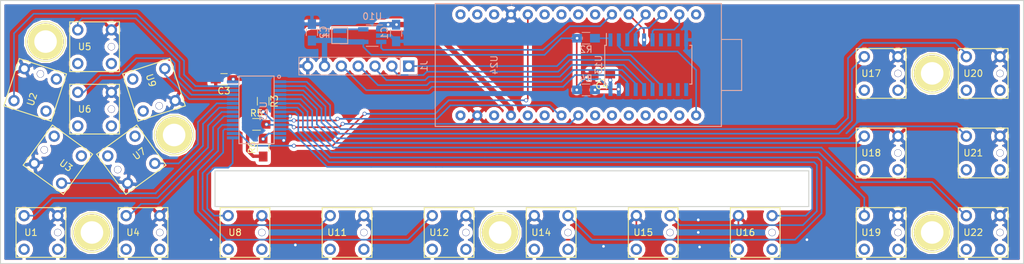
<source format=kicad_pcb>
(kicad_pcb (version 4) (host pcbnew 4.0.7+dfsg1-1)
  (layers (0 F.Cu signal) (31 B.Cu signal) (34 B.Paste user) (35 F.Paste user) (36 B.SilkS user) (37 F.SilkS user) (38 B.Mask user) (39 F.Mask user) (44 Edge.Cuts user))
  (net 0 "")
  (net 1 +5V)
  (net 2 GND)
  (net 3 +3V3)
  (net 4 /CLK_3)
  (net 5 /DC_3)
  (net 6 /SS_3)
  (net 7 /RST_3)
  (net 8 /MOSI_3)
  (net 9 /OLED_CLK)
  (net 10 /OLED_DC)
  (net 11 /OLED_SS)
  (net 12 /OLEDRST)
  (net 13 /OLED_MOSI)
  (net 14 /GPIO_SCL)
  (net 15 /GPIO_SDA)
  (net 16 /GPIO_INT)
  (net 17 /3V3_EN)
  (net 18 "Net-(L1-Pad2)")
  (net 19 "Net-(R2-Pad2)")
  (net 20 "Net-(R4-Pad1)")
  (net 21 "Net-(R6-Pad2)")
  (net 22 "Net-(U1-Pad1)")
  (net 23 "Net-(U1-Pad3)")
  (net 24 /D0)
  (net 25 "Net-(U2-Pad1)")
  (net 26 "Net-(U2-Pad3)")
  (net 27 /STBY)
  (net 28 "Net-(U3-Pad1)")
  (net 29 "Net-(U3-Pad3)")
  (net 30 /OFF)
  (net 31 "Net-(U4-Pad1)")
  (net 32 "Net-(U4-Pad3)")
  (net 33 /D1)
  (net 34 "Net-(U5-Pad1)")
  (net 35 "Net-(U5-Pad3)")
  (net 36 /ON)
  (net 37 "Net-(U6-Pad1)")
  (net 38 "Net-(U6-Pad3)")
  (net 39 /IDNT)
  (net 40 "Net-(U7-Pad1)")
  (net 41 "Net-(U7-Pad3)")
  (net 42 /VFR)
  (net 43 "Net-(U8-Pad1)")
  (net 44 "Net-(U8-Pad3)")
  (net 45 /D2)
  (net 46 "Net-(U9-Pad1)")
  (net 47 "Net-(U9-Pad3)")
  (net 48 /ALT)
  (net 49 "Net-(U11-Pad1)")
  (net 50 "Net-(U11-Pad3)")
  (net 51 /D3)
  (net 52 "Net-(U12-Pad1)")
  (net 53 "Net-(U12-Pad3)")
  (net 54 /D4)
  (net 55 "Net-(U13-Pad7)")
  (net 56 "Net-(U13-Pad8)")
  (net 57 "Net-(U13-Pad9)")
  (net 58 "Net-(U13-Pad11)")
  (net 59 "Net-(U13-Pad12)")
  (net 60 "Net-(U13-Pad13)")
  (net 61 "Net-(U14-Pad1)")
  (net 62 "Net-(U14-Pad3)")
  (net 63 /D5)
  (net 64 "Net-(U15-Pad1)")
  (net 65 "Net-(U15-Pad3)")
  (net 66 /D6)
  (net 67 "Net-(U16-Pad1)")
  (net 68 "Net-(U16-Pad3)")
  (net 69 /D7)
  (net 70 "Net-(U17-Pad1)")
  (net 71 "Net-(U17-Pad3)")
  (net 72 /FUNC)
  (net 73 "Net-(U18-Pad1)")
  (net 74 "Net-(U18-Pad3)")
  (net 75 /CLR)
  (net 76 "Net-(U19-Pad1)")
  (net 77 "Net-(U19-Pad3)")
  (net 78 /D8)
  (net 79 "Net-(U20-Pad1)")
  (net 80 "Net-(U20-Pad3)")
  (net 81 /CRSR)
  (net 82 "Net-(U21-Pad1)")
  (net 83 "Net-(U21-Pad3)")
  (net 84 /ENT)
  (net 85 "Net-(U22-Pad1)")
  (net 86 "Net-(U22-Pad3)")
  (net 87 /D9)
  (net 88 "Net-(U23-Pad19)")
  (net 89 "Net-(U24-Pad1)")
  (net 90 "Net-(U24-Pad15)")
  (net 91 "Net-(U24-Pad9)")
  (net 92 "Net-(U24-Pad2)")
  (net 93 "Net-(U24-Pad3)")
  (net 94 "Net-(U24-Pad6)")
  (net 95 "Net-(U24-Pad7)")
  (net 96 "Net-(U24-Pad8)")
  (net 97 "Net-(U24-Pad17)")
  (net 98 "Net-(U24-Pad18)")
  (net 99 "Net-(U24-Pad19)")
  (net 100 "Net-(U24-Pad20)")
  (net 101 "Net-(U24-Pad21)")
  (net 102 "Net-(U24-Pad22)")
  (net 103 "Net-(U24-Pad25)")
  (net 104 "Net-(U24-Pad26)")
  (net 105 "Net-(U24-Pad28)")
  (net 106 "Net-(U24-Pad30)")
  (module Capacitors_SMD:C_0805_HandSoldering (layer B.Cu) (at 159.7 104.9 270)
    (fp_text reference C1 (at 0 1.75 270) (layer B.SilkS) (effects (justify mirror)))
    (fp_text value 10uF)
    (pad 1 smd rect (at -1.25 0 270) (size 1.5 1.25) (layers B.Cu B.Paste B.Mask) (net 1 +5V))
    (pad 2 smd rect (at 1.25 0 270) (size 1.5 1.25) (layers B.Cu B.Paste B.Mask) (net 2 GND))
  )
  (module Capacitors_SMD:C_0805_HandSoldering (layer B.Cu) (at 147 104.8 90)
    (fp_text reference C2 (at 0 1.75 90) (layer B.SilkS) (effects (justify mirror)))
    (fp_text value 22uF)
    (pad 1 smd rect (at -1.25 0 90) (size 1.5 1.25) (layers B.Cu B.Paste B.Mask) (net 3 +3V3))
    (pad 2 smd rect (at 1.25 0 90) (size 1.5 1.25) (layers B.Cu B.Paste B.Mask) (net 2 GND))
  )
  (module Capacitors_SMD:C_0805_HandSoldering (layer F.Cu) (at 133.731 111.887 180)
    (fp_text reference C3 (at 0 -1.75 180) (layer F.SilkS))
    (fp_text value 0.1uF)
    (pad 1 smd rect (at -1.25 0 180) (size 1.5 1.25) (layers F.Cu F.Paste F.Mask) (net 1 +5V))
    (pad 2 smd rect (at 1.25 0 180) (size 1.5 1.25) (layers F.Cu F.Paste F.Mask) (net 2 GND))
  )
  (module Pin_Headers:Pin_Header_Straight_1x07_Pitch2.54mm (layer B.Cu) (at 161.6 109.9 90)
    (fp_text reference J1 (at 0 2.33 90) (layer B.SilkS) (effects (justify mirror)))
    (fp_text value OLED)
    (pad 1 thru_hole rect (at 0 0 90) (size 1.7 1.7) (drill 1) (layers *.Cu *.Mask) (net 8 /MOSI_3))
    (pad 2 thru_hole oval (at 0 -2.54 90) (size 1.7 1.7) (drill 1) (layers *.Cu *.Mask) (net 7 /RST_3))
    (pad 3 thru_hole oval (at 0 -5.08 90) (size 1.7 1.7) (drill 1) (layers *.Cu *.Mask) (net 6 /SS_3))
    (pad 4 thru_hole oval (at 0 -7.62 90) (size 1.7 1.7) (drill 1) (layers *.Cu *.Mask) (net 5 /DC_3))
    (pad 5 thru_hole oval (at 0 -10.16 90) (size 1.7 1.7) (drill 1) (layers *.Cu *.Mask) (net 4 /CLK_3))
    (pad 6 thru_hole oval (at 0 -12.7 90) (size 1.7 1.7) (drill 1) (layers *.Cu *.Mask) (net 3 +3V3))
    (pad 7 thru_hole oval (at 0 -15.24 90) (size 1.7 1.7) (drill 1) (layers *.Cu *.Mask) (net 2 GND))
  )
  (module Resistors_SMD:R_0805_HandSoldering (layer B.Cu) (at 188.362 105.692)
    (fp_text reference R2 (at 0 1.7) (layer B.SilkS) (effects (justify mirror)))
    (fp_text value 10k)
    (pad 1 smd rect (at -1.35 0) (size 1.5 1.3) (layers B.Cu B.Paste B.Mask) (net 3 +3V3))
    (pad 2 smd rect (at 1.35 0) (size 1.5 1.3) (layers B.Cu B.Paste B.Mask) (net 19 "Net-(R2-Pad2)"))
  )
  (module Resistors_SMD:R_0805_HandSoldering (layer F.Cu) (at 139.64 115.2 270)
    (fp_text reference R3 (at 0 -1.7 270) (layer F.SilkS))
    (fp_text value 4.7k)
    (pad 1 smd rect (at -1.35 0 270) (size 1.5 1.3) (layers F.Cu F.Paste F.Mask) (net 1 +5V))
    (pad 2 smd rect (at 1.35 0 270) (size 1.5 1.3) (layers F.Cu F.Paste F.Mask) (net 14 /GPIO_SCL))
  )
  (module Resistors_SMD:R_0805_HandSoldering (layer B.Cu) (at 188.362 113.492 180)
    (fp_text reference R4 (at 0 1.7 180) (layer B.SilkS) (effects (justify mirror)))
    (fp_text value 2.2k)
    (pad 1 smd rect (at -1.35 0 180) (size 1.5 1.3) (layers B.Cu B.Paste B.Mask) (net 20 "Net-(R4-Pad1)"))
    (pad 2 smd rect (at 1.35 0 180) (size 1.5 1.3) (layers B.Cu B.Paste B.Mask) (net 3 +3V3))
  )
  (module Resistors_SMD:R_0805_HandSoldering (layer F.Cu) (at 138.64 118.7)
    (fp_text reference R5 (at 0 -1.7) (layer F.SilkS))
    (fp_text value 4.7k)
    (pad 1 smd rect (at -1.35 0) (size 1.5 1.3) (layers F.Cu F.Paste F.Mask) (net 1 +5V))
    (pad 2 smd rect (at 1.35 0) (size 1.5 1.3) (layers F.Cu F.Paste F.Mask) (net 15 /GPIO_SDA))
  )
  (module Resistors_SMD:R_0805_HandSoldering (layer F.Cu) (at 139.64 122.2 90)
    (fp_text reference R6 (at 0 -1.7 90) (layer F.SilkS))
    (fp_text value 330)
    (pad 1 smd rect (at -1.35 0 90) (size 1.5 1.3) (layers F.Cu F.Paste F.Mask) (net 1 +5V))
    (pad 2 smd rect (at 1.35 0 90) (size 1.5 1.3) (layers F.Cu F.Paste F.Mask) (net 21 "Net-(R6-Pad2)"))
  )
  (module custom:Nidec_TR1_Button (layer F.Cu) (at 106.1 135.01)
    (fp_text reference U1 (at -1.5 0) (layer F.SilkS))
    (fp_text value D0)
    (pad 1 thru_hole circle (at 2.54 2.54) (size 1.7 1.7) (drill 1) (layers *.Cu *.Mask) (net 22 "Net-(U1-Pad1)"))
    (pad 2 thru_hole circle (at 2.54 -2.54) (size 1.7 1.7) (drill 1) (layers *.Cu *.Mask) (net 2 GND))
    (pad 3 thru_hole circle (at -2.54 2.54) (size 1.7 1.7) (drill 1) (layers *.Cu *.Mask) (net 23 "Net-(U1-Pad3)"))
    (pad 4 thru_hole circle (at -2.54 -2.54) (size 1.7 1.7) (drill 1) (layers *.Cu *.Mask) (net 24 /D0))
    (pad "" thru_hole circle (at 2.54 0) (size 1.1 1.1) (drill 1) (layers *.Cu *.Mask))
  )
  (module custom:Nidec_TR1_Button (layer F.Cu) (at 105.237 113.488 72)
    (fp_text reference U2 (at -1.5 0 72) (layer F.SilkS))
    (fp_text value STBY)
    (pad 1 thru_hole circle (at 2.54 2.54 72) (size 1.7 1.7) (drill 1) (layers *.Cu *.Mask) (net 25 "Net-(U2-Pad1)"))
    (pad 2 thru_hole circle (at 2.54 -2.54 72) (size 1.7 1.7) (drill 1) (layers *.Cu *.Mask) (net 2 GND))
    (pad 3 thru_hole circle (at -2.54 2.54 72) (size 1.7 1.7) (drill 1) (layers *.Cu *.Mask) (net 26 "Net-(U2-Pad3)"))
    (pad 4 thru_hole circle (at -2.54 -2.54 72) (size 1.7 1.7) (drill 1) (layers *.Cu *.Mask) (net 27 /STBY))
    (pad "" thru_hole circle (at 2.54 0 72) (size 1.1 1.1) (drill 1) (layers *.Cu *.Mask))
  )
  (module custom:Nidec_TR1_Button (layer F.Cu) (at 108.66 124.025 144)
    (fp_text reference U3 (at -1.5 0 144) (layer F.SilkS))
    (fp_text value OFF)
    (pad 1 thru_hole circle (at 2.54 2.54 144) (size 1.7 1.7) (drill 1) (layers *.Cu *.Mask) (net 28 "Net-(U3-Pad1)"))
    (pad 2 thru_hole circle (at 2.54 -2.54 144) (size 1.7 1.7) (drill 1) (layers *.Cu *.Mask) (net 2 GND))
    (pad 3 thru_hole circle (at -2.54 2.54 144) (size 1.7 1.7) (drill 1) (layers *.Cu *.Mask) (net 29 "Net-(U3-Pad3)"))
    (pad 4 thru_hole circle (at -2.54 -2.54 144) (size 1.7 1.7) (drill 1) (layers *.Cu *.Mask) (net 30 /OFF))
    (pad "" thru_hole circle (at 2.54 0 144) (size 1.1 1.1) (drill 1) (layers *.Cu *.Mask))
  )
  (module custom:Nidec_TR1_Button (layer F.Cu) (at 121.5 135.01)
    (fp_text reference U4 (at -1.5 0) (layer F.SilkS))
    (fp_text value D1)
    (pad 1 thru_hole circle (at 2.54 2.54) (size 1.7 1.7) (drill 1) (layers *.Cu *.Mask) (net 31 "Net-(U4-Pad1)"))
    (pad 2 thru_hole circle (at 2.54 -2.54) (size 1.7 1.7) (drill 1) (layers *.Cu *.Mask) (net 2 GND))
    (pad 3 thru_hole circle (at -2.54 2.54) (size 1.7 1.7) (drill 1) (layers *.Cu *.Mask) (net 32 "Net-(U4-Pad3)"))
    (pad 4 thru_hole circle (at -2.54 -2.54) (size 1.7 1.7) (drill 1) (layers *.Cu *.Mask) (net 33 /D1))
    (pad "" thru_hole circle (at 2.54 0) (size 1.1 1.1) (drill 1) (layers *.Cu *.Mask))
  )
  (module custom:Nidec_TR1_Button (layer F.Cu) (at 114.2 106.975)
    (fp_text reference U5 (at -1.5 0) (layer F.SilkS))
    (fp_text value ON)
    (pad 1 thru_hole circle (at 2.54 2.54) (size 1.7 1.7) (drill 1) (layers *.Cu *.Mask) (net 34 "Net-(U5-Pad1)"))
    (pad 2 thru_hole circle (at 2.54 -2.54) (size 1.7 1.7) (drill 1) (layers *.Cu *.Mask) (net 2 GND))
    (pad 3 thru_hole circle (at -2.54 2.54) (size 1.7 1.7) (drill 1) (layers *.Cu *.Mask) (net 35 "Net-(U5-Pad3)"))
    (pad 4 thru_hole circle (at -2.54 -2.54) (size 1.7 1.7) (drill 1) (layers *.Cu *.Mask) (net 36 /ON))
    (pad "" thru_hole circle (at 2.54 0) (size 1.1 1.1) (drill 1) (layers *.Cu *.Mask))
  )
  (module custom:Nidec_TR1_Button (layer F.Cu) (at 114.2 116.4)
    (fp_text reference U6 (at -1.5 0) (layer F.SilkS))
    (fp_text value IDNT)
    (pad 1 thru_hole circle (at 2.54 2.54) (size 1.7 1.7) (drill 1) (layers *.Cu *.Mask) (net 37 "Net-(U6-Pad1)"))
    (pad 2 thru_hole circle (at 2.54 -2.54) (size 1.7 1.7) (drill 1) (layers *.Cu *.Mask) (net 2 GND))
    (pad 3 thru_hole circle (at -2.54 2.54) (size 1.7 1.7) (drill 1) (layers *.Cu *.Mask) (net 38 "Net-(U6-Pad3)"))
    (pad 4 thru_hole circle (at -2.54 -2.54) (size 1.7 1.7) (drill 1) (layers *.Cu *.Mask) (net 39 /IDNT))
    (pad "" thru_hole circle (at 2.54 0) (size 1.1 1.1) (drill 1) (layers *.Cu *.Mask))
  )
  (module custom:Nidec_TR1_Button (layer F.Cu) (at 119.74 124.025 216)
    (fp_text reference U7 (at -1.5 0 216) (layer F.SilkS))
    (fp_text value VFR)
    (pad 1 thru_hole circle (at 2.54 2.54 216) (size 1.7 1.7) (drill 1) (layers *.Cu *.Mask) (net 40 "Net-(U7-Pad1)"))
    (pad 2 thru_hole circle (at 2.54 -2.54 216) (size 1.7 1.7) (drill 1) (layers *.Cu *.Mask) (net 2 GND))
    (pad 3 thru_hole circle (at -2.54 2.54 216) (size 1.7 1.7) (drill 1) (layers *.Cu *.Mask) (net 41 "Net-(U7-Pad3)"))
    (pad 4 thru_hole circle (at -2.54 -2.54 216) (size 1.7 1.7) (drill 1) (layers *.Cu *.Mask) (net 42 /VFR))
    (pad "" thru_hole circle (at 2.54 0 216) (size 1.1 1.1) (drill 1) (layers *.Cu *.Mask))
  )
  (module custom:Nidec_TR1_Button (layer F.Cu) (at 136.9 135.01)
    (fp_text reference U8 (at -1.5 0) (layer F.SilkS))
    (fp_text value D2)
    (pad 1 thru_hole circle (at 2.54 2.54) (size 1.7 1.7) (drill 1) (layers *.Cu *.Mask) (net 43 "Net-(U8-Pad1)"))
    (pad 2 thru_hole circle (at 2.54 -2.54) (size 1.7 1.7) (drill 1) (layers *.Cu *.Mask) (net 2 GND))
    (pad 3 thru_hole circle (at -2.54 2.54) (size 1.7 1.7) (drill 1) (layers *.Cu *.Mask) (net 44 "Net-(U8-Pad3)"))
    (pad 4 thru_hole circle (at -2.54 -2.54) (size 1.7 1.7) (drill 1) (layers *.Cu *.Mask) (net 45 /D2))
    (pad "" thru_hole circle (at 2.54 0) (size 1.1 1.1) (drill 1) (layers *.Cu *.Mask))
  )
  (module custom:Nidec_TR1_Button (layer F.Cu) (at 123.163 113.488 288)
    (fp_text reference U9 (at -1.5 0 288) (layer F.SilkS))
    (fp_text value ALT)
    (pad 1 thru_hole circle (at 2.54 2.54 288) (size 1.7 1.7) (drill 1) (layers *.Cu *.Mask) (net 46 "Net-(U9-Pad1)"))
    (pad 2 thru_hole circle (at 2.54 -2.54 288) (size 1.7 1.7) (drill 1) (layers *.Cu *.Mask) (net 2 GND))
    (pad 3 thru_hole circle (at -2.54 2.54 288) (size 1.7 1.7) (drill 1) (layers *.Cu *.Mask) (net 47 "Net-(U9-Pad3)"))
    (pad 4 thru_hole circle (at -2.54 -2.54 288) (size 1.7 1.7) (drill 1) (layers *.Cu *.Mask) (net 48 /ALT))
    (pad "" thru_hole circle (at 2.54 0 288) (size 1.1 1.1) (drill 1) (layers *.Cu *.Mask))
  )
  (module TO_SOT_Packages_SMD:SOT-23-5_HandSoldering (layer B.Cu) (at 156.1 105.3 180)
    (fp_text reference U10 (at 0 2.9 180) (layer B.SilkS) (effects (justify mirror)))
    (fp_text value LM3671)
    (pad 1 smd rect (at -1.35 0.95 180) (size 1.56 0.65) (layers B.Cu B.Paste B.Mask) (net 1 +5V))
    (pad 2 smd rect (at -1.35 0 180) (size 1.56 0.65) (layers B.Cu B.Paste B.Mask) (net 2 GND))
    (pad 3 smd rect (at -1.35 -0.95 180) (size 1.56 0.65) (layers B.Cu B.Paste B.Mask) (net 17 /3V3_EN))
    (pad 4 smd rect (at 1.35 -0.95 180) (size 1.56 0.65) (layers B.Cu B.Paste B.Mask) (net 3 +3V3))
    (pad 5 smd rect (at 1.35 0.95 180) (size 1.56 0.65) (layers B.Cu B.Paste B.Mask) (net 18 "Net-(L1-Pad2)"))
  )
  (module custom:Nidec_TR1_Button (layer F.Cu) (at 152.3 135.01)
    (fp_text reference U11 (at -1.5 0) (layer F.SilkS))
    (fp_text value D3)
    (pad 1 thru_hole circle (at 2.54 2.54) (size 1.7 1.7) (drill 1) (layers *.Cu *.Mask) (net 49 "Net-(U11-Pad1)"))
    (pad 2 thru_hole circle (at 2.54 -2.54) (size 1.7 1.7) (drill 1) (layers *.Cu *.Mask) (net 2 GND))
    (pad 3 thru_hole circle (at -2.54 2.54) (size 1.7 1.7) (drill 1) (layers *.Cu *.Mask) (net 50 "Net-(U11-Pad3)"))
    (pad 4 thru_hole circle (at -2.54 -2.54) (size 1.7 1.7) (drill 1) (layers *.Cu *.Mask) (net 51 /D3))
    (pad "" thru_hole circle (at 2.54 0) (size 1.1 1.1) (drill 1) (layers *.Cu *.Mask))
  )
  (module custom:Nidec_TR1_Button (layer F.Cu) (at 167.7 135.01)
    (fp_text reference U12 (at -1.5 0) (layer F.SilkS))
    (fp_text value D4)
    (pad 1 thru_hole circle (at 2.54 2.54) (size 1.7 1.7) (drill 1) (layers *.Cu *.Mask) (net 52 "Net-(U12-Pad1)"))
    (pad 2 thru_hole circle (at 2.54 -2.54) (size 1.7 1.7) (drill 1) (layers *.Cu *.Mask) (net 2 GND))
    (pad 3 thru_hole circle (at -2.54 2.54) (size 1.7 1.7) (drill 1) (layers *.Cu *.Mask) (net 53 "Net-(U12-Pad3)"))
    (pad 4 thru_hole circle (at -2.54 -2.54) (size 1.7 1.7) (drill 1) (layers *.Cu *.Mask) (net 54 /D4))
    (pad "" thru_hole circle (at 2.54 0) (size 1.1 1.1) (drill 1) (layers *.Cu *.Mask))
  )
  (module custom:SOIC-20W_5.3x12.8mm_Pitch1.27mm (layer B.Cu) (at 197.762 109.692 270)
    (fp_text reference U13 (at 0 7.5 270) (layer B.SilkS) (effects (justify mirror)))
    (fp_text value SN74LVC245A)
    (pad 1 smd rect (at -3.75 5.715 270) (size 1.95 0.6) (layers B.Cu B.Paste B.Mask) (net 19 "Net-(R2-Pad2)"))
    (pad 2 smd rect (at -3.75 4.445 270) (size 1.95 0.6) (layers B.Cu B.Paste B.Mask) (net 9 /OLED_CLK))
    (pad 3 smd rect (at -3.75 3.175 270) (size 1.95 0.6) (layers B.Cu B.Paste B.Mask) (net 10 /OLED_DC))
    (pad 4 smd rect (at -3.75 1.905 270) (size 1.95 0.6) (layers B.Cu B.Paste B.Mask) (net 11 /OLED_SS))
    (pad 5 smd rect (at -3.75 0.635 270) (size 1.95 0.6) (layers B.Cu B.Paste B.Mask) (net 12 /OLEDRST))
    (pad 6 smd rect (at -3.75 -0.635 270) (size 1.95 0.6) (layers B.Cu B.Paste B.Mask) (net 13 /OLED_MOSI))
    (pad 7 smd rect (at -3.75 -1.905 270) (size 1.95 0.6) (layers B.Cu B.Paste B.Mask) (net 55 "Net-(U13-Pad7)"))
    (pad 8 smd rect (at -3.75 -3.175 270) (size 1.95 0.6) (layers B.Cu B.Paste B.Mask) (net 56 "Net-(U13-Pad8)"))
    (pad 9 smd rect (at -3.75 -4.445 270) (size 1.95 0.6) (layers B.Cu B.Paste B.Mask) (net 57 "Net-(U13-Pad9)"))
    (pad 10 smd rect (at -3.75 -5.715 270) (size 1.95 0.6) (layers B.Cu B.Paste B.Mask) (net 2 GND))
    (pad 11 smd rect (at 3.75 -5.715 270) (size 1.95 0.6) (layers B.Cu B.Paste B.Mask) (net 58 "Net-(U13-Pad11)"))
    (pad 12 smd rect (at 3.75 -4.445 270) (size 1.95 0.6) (layers B.Cu B.Paste B.Mask) (net 59 "Net-(U13-Pad12)"))
    (pad 13 smd rect (at 3.75 -3.175 270) (size 1.95 0.6) (layers B.Cu B.Paste B.Mask) (net 60 "Net-(U13-Pad13)"))
    (pad 14 smd rect (at 3.75 -1.905 270) (size 1.95 0.6) (layers B.Cu B.Paste B.Mask) (net 8 /MOSI_3))
    (pad 15 smd rect (at 3.75 -0.635 270) (size 1.95 0.6) (layers B.Cu B.Paste B.Mask) (net 7 /RST_3))
    (pad 16 smd rect (at 3.75 0.635 270) (size 1.95 0.6) (layers B.Cu B.Paste B.Mask) (net 6 /SS_3))
    (pad 17 smd rect (at 3.75 1.905 270) (size 1.95 0.6) (layers B.Cu B.Paste B.Mask) (net 5 /DC_3))
    (pad 18 smd rect (at 3.75 3.175 270) (size 1.95 0.6) (layers B.Cu B.Paste B.Mask) (net 4 /CLK_3))
    (pad 19 smd rect (at 3.75 4.445 270) (size 1.95 0.6) (layers B.Cu B.Paste B.Mask) (net 20 "Net-(R4-Pad1)"))
    (pad 20 smd rect (at 3.75 5.715 270) (size 1.95 0.6) (layers B.Cu B.Paste B.Mask) (net 3 +3V3))
  )
  (module custom:Nidec_TR1_Button (layer F.Cu) (at 183.1 135.01)
    (fp_text reference U14 (at -1.5 0) (layer F.SilkS))
    (fp_text value D5)
    (pad 1 thru_hole circle (at 2.54 2.54) (size 1.7 1.7) (drill 1) (layers *.Cu *.Mask) (net 61 "Net-(U14-Pad1)"))
    (pad 2 thru_hole circle (at 2.54 -2.54) (size 1.7 1.7) (drill 1) (layers *.Cu *.Mask) (net 63 /D5))
    (pad 3 thru_hole circle (at -2.54 2.54) (size 1.7 1.7) (drill 1) (layers *.Cu *.Mask) (net 62 "Net-(U14-Pad3)"))
    (pad 4 thru_hole circle (at -2.54 -2.54) (size 1.7 1.7) (drill 1) (layers *.Cu *.Mask) (net 2 GND))
    (pad "" thru_hole circle (at 2.54 0) (size 1.1 1.1) (drill 1) (layers *.Cu *.Mask))
  )
  (module custom:Nidec_TR1_Button (layer F.Cu) (at 198.5 135.01)
    (fp_text reference U15 (at -1.5 0) (layer F.SilkS))
    (fp_text value D6)
    (pad 1 thru_hole circle (at 2.54 2.54) (size 1.7 1.7) (drill 1) (layers *.Cu *.Mask) (net 64 "Net-(U15-Pad1)"))
    (pad 2 thru_hole circle (at 2.54 -2.54) (size 1.7 1.7) (drill 1) (layers *.Cu *.Mask) (net 66 /D6))
    (pad 3 thru_hole circle (at -2.54 2.54) (size 1.7 1.7) (drill 1) (layers *.Cu *.Mask) (net 65 "Net-(U15-Pad3)"))
    (pad 4 thru_hole circle (at -2.54 -2.54) (size 1.7 1.7) (drill 1) (layers *.Cu *.Mask) (net 2 GND))
    (pad "" thru_hole circle (at 2.54 0) (size 1.1 1.1) (drill 1) (layers *.Cu *.Mask))
  )
  (module custom:Nidec_TR1_Button (layer F.Cu) (at 213.9 135.01)
    (fp_text reference U16 (at -1.5 0) (layer F.SilkS))
    (fp_text value D7)
    (pad 1 thru_hole circle (at 2.54 2.54) (size 1.7 1.7) (drill 1) (layers *.Cu *.Mask) (net 67 "Net-(U16-Pad1)"))
    (pad 2 thru_hole circle (at 2.54 -2.54) (size 1.7 1.7) (drill 1) (layers *.Cu *.Mask) (net 69 /D7))
    (pad 3 thru_hole circle (at -2.54 2.54) (size 1.7 1.7) (drill 1) (layers *.Cu *.Mask) (net 68 "Net-(U16-Pad3)"))
    (pad 4 thru_hole circle (at -2.54 -2.54) (size 1.7 1.7) (drill 1) (layers *.Cu *.Mask) (net 2 GND))
    (pad "" thru_hole circle (at 2.54 0) (size 1.1 1.1) (drill 1) (layers *.Cu *.Mask))
  )
  (module custom:Nidec_TR1_Button (layer F.Cu) (at 232.9 111.01)
    (fp_text reference U17 (at -1.5 0) (layer F.SilkS))
    (fp_text value FUNC)
    (pad 1 thru_hole circle (at 2.54 2.54) (size 1.7 1.7) (drill 1) (layers *.Cu *.Mask) (net 70 "Net-(U17-Pad1)"))
    (pad 2 thru_hole circle (at 2.54 -2.54) (size 1.7 1.7) (drill 1) (layers *.Cu *.Mask) (net 2 GND))
    (pad 3 thru_hole circle (at -2.54 2.54) (size 1.7 1.7) (drill 1) (layers *.Cu *.Mask) (net 71 "Net-(U17-Pad3)"))
    (pad 4 thru_hole circle (at -2.54 -2.54) (size 1.7 1.7) (drill 1) (layers *.Cu *.Mask) (net 72 /FUNC))
    (pad "" thru_hole circle (at 2.54 0) (size 1.1 1.1) (drill 1) (layers *.Cu *.Mask))
  )
  (module custom:Nidec_TR1_Button (layer F.Cu) (at 232.9 123.01)
    (fp_text reference U18 (at -1.5 0) (layer F.SilkS))
    (fp_text value CLR)
    (pad 1 thru_hole circle (at 2.54 2.54) (size 1.7 1.7) (drill 1) (layers *.Cu *.Mask) (net 73 "Net-(U18-Pad1)"))
    (pad 2 thru_hole circle (at 2.54 -2.54) (size 1.7 1.7) (drill 1) (layers *.Cu *.Mask) (net 2 GND))
    (pad 3 thru_hole circle (at -2.54 2.54) (size 1.7 1.7) (drill 1) (layers *.Cu *.Mask) (net 74 "Net-(U18-Pad3)"))
    (pad 4 thru_hole circle (at -2.54 -2.54) (size 1.7 1.7) (drill 1) (layers *.Cu *.Mask) (net 75 /CLR))
    (pad "" thru_hole circle (at 2.54 0) (size 1.1 1.1) (drill 1) (layers *.Cu *.Mask))
  )
  (module custom:Nidec_TR1_Button (layer F.Cu) (at 232.9 135.01)
    (fp_text reference U19 (at -1.5 0) (layer F.SilkS))
    (fp_text value D8)
    (pad 1 thru_hole circle (at 2.54 2.54) (size 1.7 1.7) (drill 1) (layers *.Cu *.Mask) (net 76 "Net-(U19-Pad1)"))
    (pad 2 thru_hole circle (at 2.54 -2.54) (size 1.7 1.7) (drill 1) (layers *.Cu *.Mask) (net 2 GND))
    (pad 3 thru_hole circle (at -2.54 2.54) (size 1.7 1.7) (drill 1) (layers *.Cu *.Mask) (net 77 "Net-(U19-Pad3)"))
    (pad 4 thru_hole circle (at -2.54 -2.54) (size 1.7 1.7) (drill 1) (layers *.Cu *.Mask) (net 78 /D8))
    (pad "" thru_hole circle (at 2.54 0) (size 1.1 1.1) (drill 1) (layers *.Cu *.Mask))
  )
  (module custom:Nidec_TR1_Button (layer F.Cu) (at 248.3 111.01)
    (fp_text reference U20 (at -1.5 0) (layer F.SilkS))
    (fp_text value CRSR)
    (pad 1 thru_hole circle (at 2.54 2.54) (size 1.7 1.7) (drill 1) (layers *.Cu *.Mask) (net 79 "Net-(U20-Pad1)"))
    (pad 2 thru_hole circle (at 2.54 -2.54) (size 1.7 1.7) (drill 1) (layers *.Cu *.Mask) (net 2 GND))
    (pad 3 thru_hole circle (at -2.54 2.54) (size 1.7 1.7) (drill 1) (layers *.Cu *.Mask) (net 80 "Net-(U20-Pad3)"))
    (pad 4 thru_hole circle (at -2.54 -2.54) (size 1.7 1.7) (drill 1) (layers *.Cu *.Mask) (net 81 /CRSR))
    (pad "" thru_hole circle (at 2.54 0) (size 1.1 1.1) (drill 1) (layers *.Cu *.Mask))
  )
  (module custom:Nidec_TR1_Button (layer F.Cu) (at 248.3 123.01)
    (fp_text reference U21 (at -1.5 0) (layer F.SilkS))
    (fp_text value ENT)
    (pad 1 thru_hole circle (at 2.54 2.54) (size 1.7 1.7) (drill 1) (layers *.Cu *.Mask) (net 82 "Net-(U21-Pad1)"))
    (pad 2 thru_hole circle (at 2.54 -2.54) (size 1.7 1.7) (drill 1) (layers *.Cu *.Mask) (net 2 GND))
    (pad 3 thru_hole circle (at -2.54 2.54) (size 1.7 1.7) (drill 1) (layers *.Cu *.Mask) (net 83 "Net-(U21-Pad3)"))
    (pad 4 thru_hole circle (at -2.54 -2.54) (size 1.7 1.7) (drill 1) (layers *.Cu *.Mask) (net 84 /ENT))
    (pad "" thru_hole circle (at 2.54 0) (size 1.1 1.1) (drill 1) (layers *.Cu *.Mask))
  )
  (module custom:Nidec_TR1_Button (layer F.Cu) (at 248.3 135.01)
    (fp_text reference U22 (at -1.5 0) (layer F.SilkS))
    (fp_text value D9)
    (pad 1 thru_hole circle (at 2.54 2.54) (size 1.7 1.7) (drill 1) (layers *.Cu *.Mask) (net 85 "Net-(U22-Pad1)"))
    (pad 2 thru_hole circle (at 2.54 -2.54) (size 1.7 1.7) (drill 1) (layers *.Cu *.Mask) (net 2 GND))
    (pad 3 thru_hole circle (at -2.54 2.54) (size 1.7 1.7) (drill 1) (layers *.Cu *.Mask) (net 86 "Net-(U22-Pad3)"))
    (pad 4 thru_hole circle (at -2.54 -2.54) (size 1.7 1.7) (drill 1) (layers *.Cu *.Mask) (net 87 /D9))
    (pad "" thru_hole circle (at 2.54 0) (size 1.1 1.1) (drill 1) (layers *.Cu *.Mask))
  )
  (module custom:28_SSOP (layer B.Cu) (at 138.64 116.5 270)
    (fp_text reference U23 (at 0.2 -1.05 270) (layer B.SilkS) (effects (justify mirror)))
    (fp_text value CY8C9520A-24PVXI)
    (pad 28 smd rect (at -4.225 3.6 270) (size 0.45 1.75) (layers B.Cu B.Paste B.Mask) (net 1 +5V))
    (pad 27 smd rect (at -3.575 3.6 270) (size 0.45 1.75) (layers B.Cu B.Paste B.Mask) (net 27 /STBY))
    (pad 26 smd rect (at -2.925 3.6 270) (size 0.45 1.75) (layers B.Cu B.Paste B.Mask) (net 36 /ON))
    (pad 25 smd rect (at -2.275 3.6 270) (size 0.45 1.75) (layers B.Cu B.Paste B.Mask) (net 39 /IDNT))
    (pad 24 smd rect (at -1.625 3.6 270) (size 0.45 1.75) (layers B.Cu B.Paste B.Mask) (net 48 /ALT))
    (pad 23 smd rect (at -0.975 3.6 270) (size 0.45 1.75) (layers B.Cu B.Paste B.Mask) (net 42 /VFR))
    (pad 22 smd rect (at -0.325 3.6 270) (size 0.45 1.75) (layers B.Cu B.Paste B.Mask) (net 30 /OFF))
    (pad 21 smd rect (at 0.325 3.6 270) (size 0.45 1.75) (layers B.Cu B.Paste B.Mask) (net 24 /D0))
    (pad 20 smd rect (at 0.975 3.6 270) (size 0.45 1.75) (layers B.Cu B.Paste B.Mask) (net 33 /D1))
    (pad 19 smd rect (at 1.625 3.6 270) (size 0.45 1.75) (layers B.Cu B.Paste B.Mask) (net 88 "Net-(U23-Pad19)"))
    (pad 18 smd rect (at 2.275 3.6 270) (size 0.45 1.75) (layers B.Cu B.Paste B.Mask) (net 54 /D4))
    (pad 17 smd rect (at 2.925 3.6 270) (size 0.45 1.75) (layers B.Cu B.Paste B.Mask) (net 51 /D3))
    (pad 16 smd rect (at 3.575 3.6 270) (size 0.45 1.75) (layers B.Cu B.Paste B.Mask) (net 16 /GPIO_INT))
    (pad 15 smd rect (at 4.225 3.6 270) (size 0.45 1.75) (layers B.Cu B.Paste B.Mask) (net 45 /D2))
    (pad 14 smd rect (at 4.225 -3.6 270) (size 0.45 1.75) (layers B.Cu B.Paste B.Mask) (net 2 GND))
    (pad 13 smd rect (at 3.575 -3.6 270) (size 0.45 1.75) (layers B.Cu B.Paste B.Mask) (net 21 "Net-(R6-Pad2)"))
    (pad 12 smd rect (at 2.925 -3.6 270) (size 0.45 1.75) (layers B.Cu B.Paste B.Mask) (net 69 /D7))
    (pad 11 smd rect (at 2.275 -3.6 270) (size 0.45 1.75) (layers B.Cu B.Paste B.Mask) (net 15 /GPIO_SDA))
    (pad 10 smd rect (at 1.625 -3.6 270) (size 0.45 1.75) (layers B.Cu B.Paste B.Mask) (net 14 /GPIO_SCL))
    (pad 9 smd rect (at 0.975 -3.6 270) (size 0.45 1.75) (layers B.Cu B.Paste B.Mask) (net 2 GND))
    (pad 8 smd rect (at 0.325 -3.6 270) (size 0.45 1.75) (layers B.Cu B.Paste B.Mask) (net 66 /D6))
    (pad 7 smd rect (at -0.325 -3.6 270) (size 0.45 1.75) (layers B.Cu B.Paste B.Mask) (net 63 /D5))
    (pad 6 smd rect (at -0.975 -3.6 270) (size 0.45 1.75) (layers B.Cu B.Paste B.Mask) (net 78 /D8))
    (pad 5 smd rect (at -1.625 -3.6 270) (size 0.45 1.75) (layers B.Cu B.Paste B.Mask) (net 87 /D9))
    (pad 4 smd rect (at -2.275 -3.6 270) (size 0.45 1.75) (layers B.Cu B.Paste B.Mask) (net 75 /CLR))
    (pad 3 smd rect (at -2.925 -3.6 270) (size 0.45 1.75) (layers B.Cu B.Paste B.Mask) (net 84 /ENT))
    (pad 2 smd rect (at -3.575 -3.6 270) (size 0.45 1.75) (layers B.Cu B.Paste B.Mask) (net 72 /FUNC))
    (pad 1 smd rect (at -4.225 -3.6 270) (size 0.45 1.75) (layers B.Cu B.Paste B.Mask) (net 81 /CRSR))
  )
  (module custom:Inductor_NRH2412 (layer B.Cu) (at 151.2 105.3 90)
    (fp_text reference L1 (at 0.4 -2.1 90) (layer B.SilkS) (effects (justify mirror)))
    (fp_text value 2.2uH)
    (pad 2 smd rect (at 0.725 0 90) (size 0.7 2) (layers B.Cu B.Paste B.Mask) (net 18 "Net-(L1-Pad2)"))
    (pad 1 smd rect (at -0.725 0 90) (size 0.7 2) (layers B.Cu B.Paste B.Mask) (net 3 +3V3))
  )
  (module custom:Arduino_Nano (layer B.Cu) (at 187.198 109.728 270)
    (fp_text reference U24 (at 0 12.7 270) (layer B.SilkS) (effects (justify mirror)))
    (fp_text value ArduinoNano)
    (pad 1 thru_hole circle (at -7.62 17.78 270) (size 1.524 1.524) (drill 0.762) (layers *.Cu *.Mask) (net 89 "Net-(U24-Pad1)"))
    (pad 15 thru_hole circle (at -7.62 -17.78 270) (size 1.524 1.524) (drill 0.762) (layers *.Cu *.Mask) (net 90 "Net-(U24-Pad15)"))
    (pad 14 thru_hole circle (at -7.62 -15.24 270) (size 1.524 1.524) (drill 0.762) (layers *.Cu *.Mask) (net 13 /OLED_MOSI))
    (pad 13 thru_hole circle (at -7.62 -12.7 270) (size 1.524 1.524) (drill 0.762) (layers *.Cu *.Mask) (net 11 /OLED_SS))
    (pad 12 thru_hole circle (at -7.62 -10.16 270) (size 1.524 1.524) (drill 0.762) (layers *.Cu *.Mask) (net 10 /OLED_DC))
    (pad 11 thru_hole circle (at -7.62 -7.62 270) (size 1.524 1.524) (drill 0.762) (layers *.Cu *.Mask) (net 12 /OLEDRST))
    (pad 10 thru_hole circle (at -7.62 -5.08 270) (size 1.524 1.524) (drill 0.762) (layers *.Cu *.Mask) (net 17 /3V3_EN))
    (pad 9 thru_hole circle (at -7.62 -2.54 270) (size 1.524 1.524) (drill 0.762) (layers *.Cu *.Mask) (net 91 "Net-(U24-Pad9)"))
    (pad 2 thru_hole circle (at -7.62 15.24 270) (size 1.524 1.524) (drill 0.762) (layers *.Cu *.Mask) (net 92 "Net-(U24-Pad2)"))
    (pad 3 thru_hole circle (at -7.62 12.7 270) (size 1.524 1.524) (drill 0.762) (layers *.Cu *.Mask) (net 93 "Net-(U24-Pad3)"))
    (pad 4 thru_hole circle (at -7.62 10.16 270) (size 1.524 1.524) (drill 0.762) (layers *.Cu *.Mask) (net 2 GND))
    (pad 5 thru_hole circle (at -7.62 7.62 270) (size 1.524 1.524) (drill 0.762) (layers *.Cu *.Mask) (net 16 /GPIO_INT))
    (pad 6 thru_hole circle (at -7.62 5.08 270) (size 1.524 1.524) (drill 0.762) (layers *.Cu *.Mask) (net 94 "Net-(U24-Pad6)"))
    (pad 7 thru_hole circle (at -7.62 2.54 270) (size 1.524 1.524) (drill 0.762) (layers *.Cu *.Mask) (net 95 "Net-(U24-Pad7)"))
    (pad 8 thru_hole circle (at -7.62 0 270) (size 1.524 1.524) (drill 0.762) (layers *.Cu *.Mask) (net 96 "Net-(U24-Pad8)"))
    (pad 8 thru_hole circle (at -7.62 0 270) (size 1.524 1.524) (drill 0.762) (layers *.Cu *.Mask) (net 96 "Net-(U24-Pad8)"))
    (pad 7 thru_hole circle (at -7.62 2.54 270) (size 1.524 1.524) (drill 0.762) (layers *.Cu *.Mask) (net 95 "Net-(U24-Pad7)"))
    (pad 6 thru_hole circle (at -7.62 5.08 270) (size 1.524 1.524) (drill 0.762) (layers *.Cu *.Mask) (net 94 "Net-(U24-Pad6)"))
    (pad 5 thru_hole circle (at -7.62 7.62 270) (size 1.524 1.524) (drill 0.762) (layers *.Cu *.Mask) (net 16 /GPIO_INT))
    (pad 4 thru_hole circle (at -7.62 10.16 270) (size 1.524 1.524) (drill 0.762) (layers *.Cu *.Mask) (net 2 GND))
    (pad 3 thru_hole circle (at -7.62 12.7 270) (size 1.524 1.524) (drill 0.762) (layers *.Cu *.Mask) (net 93 "Net-(U24-Pad3)"))
    (pad 2 thru_hole circle (at -7.62 15.24 270) (size 1.524 1.524) (drill 0.762) (layers *.Cu *.Mask) (net 92 "Net-(U24-Pad2)"))
    (pad 9 thru_hole circle (at -7.62 -2.54 270) (size 1.524 1.524) (drill 0.762) (layers *.Cu *.Mask) (net 91 "Net-(U24-Pad9)"))
    (pad 10 thru_hole circle (at -7.62 -5.08 270) (size 1.524 1.524) (drill 0.762) (layers *.Cu *.Mask) (net 17 /3V3_EN))
    (pad 11 thru_hole circle (at -7.62 -7.62 270) (size 1.524 1.524) (drill 0.762) (layers *.Cu *.Mask) (net 12 /OLEDRST))
    (pad 12 thru_hole circle (at -7.62 -10.16 270) (size 1.524 1.524) (drill 0.762) (layers *.Cu *.Mask) (net 10 /OLED_DC))
    (pad 13 thru_hole circle (at -7.62 -12.7 270) (size 1.524 1.524) (drill 0.762) (layers *.Cu *.Mask) (net 11 /OLED_SS))
    (pad 14 thru_hole circle (at -7.62 -15.24 270) (size 1.524 1.524) (drill 0.762) (layers *.Cu *.Mask) (net 13 /OLED_MOSI))
    (pad 15 thru_hole circle (at -7.62 -17.78 270) (size 1.524 1.524) (drill 0.762) (layers *.Cu *.Mask) (net 90 "Net-(U24-Pad15)"))
    (pad 1 thru_hole circle (at -7.62 17.78 270) (size 1.524 1.524) (drill 0.762) (layers *.Cu *.Mask) (net 89 "Net-(U24-Pad1)"))
    (pad 16 thru_hole circle (at 7.62 -17.78 270) (size 1.524 1.524) (drill 0.762) (layers *.Cu *.Mask) (net 9 /OLED_CLK))
    (pad 17 thru_hole circle (at 7.62 -15.24 270) (size 1.524 1.524) (drill 0.762) (layers *.Cu *.Mask) (net 97 "Net-(U24-Pad17)"))
    (pad 18 thru_hole circle (at 7.62 -12.7 270) (size 1.524 1.524) (drill 0.762) (layers *.Cu *.Mask) (net 98 "Net-(U24-Pad18)"))
    (pad 19 thru_hole circle (at 7.62 -10.16 270) (size 1.524 1.524) (drill 0.762) (layers *.Cu *.Mask) (net 99 "Net-(U24-Pad19)"))
    (pad 20 thru_hole circle (at 7.62 -7.62 270) (size 1.524 1.524) (drill 0.762) (layers *.Cu *.Mask) (net 100 "Net-(U24-Pad20)"))
    (pad 21 thru_hole circle (at 7.62 -5.08 270) (size 1.524 1.524) (drill 0.762) (layers *.Cu *.Mask) (net 101 "Net-(U24-Pad21)"))
    (pad 22 thru_hole circle (at 7.62 -2.54 270) (size 1.524 1.524) (drill 0.762) (layers *.Cu *.Mask) (net 102 "Net-(U24-Pad22)"))
    (pad 23 thru_hole circle (at 7.62 0 270) (size 1.524 1.524) (drill 0.762) (layers *.Cu *.Mask) (net 15 /GPIO_SDA))
    (pad 24 thru_hole circle (at 7.62 2.54 270) (size 1.524 1.524) (drill 0.762) (layers *.Cu *.Mask) (net 14 /GPIO_SCL))
    (pad 25 thru_hole circle (at 7.62 5.08 270) (size 1.524 1.524) (drill 0.762) (layers *.Cu *.Mask) (net 103 "Net-(U24-Pad25)"))
    (pad 26 thru_hole circle (at 7.62 7.62 270) (size 1.524 1.524) (drill 0.762) (layers *.Cu *.Mask) (net 104 "Net-(U24-Pad26)"))
    (pad 27 thru_hole circle (at 7.62 10.16 270) (size 1.524 1.524) (drill 0.762) (layers *.Cu *.Mask) (net 1 +5V))
    (pad 28 thru_hole circle (at 7.62 12.7 270) (size 1.524 1.524) (drill 0.762) (layers *.Cu *.Mask) (net 105 "Net-(U24-Pad28)"))
    (pad 29 thru_hole circle (at 7.62 15.24 270) (size 1.524 1.524) (drill 0.762) (layers *.Cu *.Mask) (net 2 GND))
    (pad 30 thru_hole circle (at 7.62 17.78 270) (size 1.524 1.524) (drill 0.762) (layers *.Cu *.Mask) (net 106 "Net-(U24-Pad30)"))
  )
  (module custom:SCREW_M3 (layer F.Cu) (at 240.6 110.998)
    (fp_text reference Ref** hide)
    (fp_text value Val** hide)
    (pad "" thru_hole circle (at 0 0) (size 5.5 5.5) (drill 3.4) (layers *.Cu *.Mask F.SilkS))
  )
  (module custom:SCREW_M3 (layer F.Cu) (at 240.6 135.01)
    (fp_text reference Ref** hide)
    (fp_text value Val** hide)
    (pad "" thru_hole circle (at 0 0) (size 5.5 5.5) (drill 3.4) (layers *.Cu *.Mask F.SilkS))
  )
  (module custom:SCREW_M3 (layer F.Cu) (at 175.4 135.01)
    (fp_text reference Ref** hide)
    (fp_text value Val** hide)
    (pad "" thru_hole circle (at 0 0) (size 5.5 5.5) (drill 3.4) (layers *.Cu *.Mask F.SilkS))
  )
  (module custom:SCREW_M3 (layer F.Cu) (at 113.8 135.01)
    (fp_text reference Ref** hide)
    (fp_text value Val** hide)
    (pad "" thru_hole circle (at 0 0) (size 5.5 5.5) (drill 3.4) (layers *.Cu *.Mask F.SilkS))
  )
  (module custom:SCREW_M3 (layer F.Cu) (at 126.2 120.3)
    (fp_text reference Ref** hide)
    (fp_text value Val** hide)
    (pad "" thru_hole circle (at 0 0) (size 5.5 5.5) (drill 3.4) (layers *.Cu *.Mask F.SilkS))
  )
  (module Capacitors_SMD:C_0805_HandSoldering (layer F.Cu) (at 190.754 111.125 180)
    (fp_text reference C4 (at 0 -1.75 180) (layer F.SilkS))
    (fp_text value 0.1uF)
    (pad 1 smd rect (at -1.25 0 180) (size 1.5 1.25) (layers F.Cu F.Paste F.Mask) (net 3 +3V3))
    (pad 2 smd rect (at 1.25 0 180) (size 1.5 1.25) (layers F.Cu F.Paste F.Mask) (net 2 GND))
  )
  (module custom:SCREW_M3 (layer F.Cu) (at 106.8 106.2)
    (fp_text reference Ref** hide)
    (fp_text value Val** hide)
    (pad "" thru_hole circle (at 0 0) (size 5.5 5.5) (drill 3.4) (layers *.Cu *.Mask F.SilkS))
  )
  (gr_line (start 221.975 131.1) (end 132.375 131.1) (angle 90) (layer Edge.Cuts) (width 0.15))
  (gr_line (start 132.375 125.7) (end 221.975 125.7) (angle 90) (layer Edge.Cuts) (width 0.15))
  (gr_line (start 221.975 125.7) (end 221.975 131.1) (angle 90) (layer Edge.Cuts) (width 0.15))
  (gr_line (start 132.375 125.7) (end 132.375 131.1) (angle 90) (layer Edge.Cuts) (width 0.15))
  (gr_line (start 254.4 139.71) (end 100 139.71) (angle 90) (layer Edge.Cuts) (width 0.15))
  (gr_line (start 254.4 100) (end 254.4 139.71) (angle 90) (layer Edge.Cuts) (width 0.15))
  (gr_line (start 100 100) (end 254.35 100) (angle 90) (layer Edge.Cuts) (width 0.15))
  (gr_line (start 100 100) (end 100 139.71) (angle 90) (layer Edge.Cuts) (width 0.15))
  (segment (start 139.525 110.315) (end 139.525 113.735) (width 0.508) (layer F.Cu) (net 1))
  (segment (start 139.525 113.735) (end 139.64 113.85) (width 0.508) (layer F.Cu) (net 1))
  (segment (start 134.981 111.887) (end 137.953 111.887) (width 0.508) (layer F.Cu) (net 1))
  (segment (start 146.431 103.759) (end 146.431 103.632) (width 0.508) (layer F.Cu) (net 1))
  (segment (start 146.304 103.632) (end 146.431 103.759) (width 0.508) (layer F.Cu) (net 1))
  (segment (start 146.208 103.632) (end 146.304 103.632) (width 0.508) (layer F.Cu) (net 1))
  (segment (start 137.953 111.887) (end 139.525 110.315) (width 0.508) (layer F.Cu) (net 1))
  (segment (start 139.525 110.315) (end 146.208 103.632) (width 0.508) (layer F.Cu) (net 1))
  (segment (start 135.04 112.275) (end 135.04 111.975) (width 0.25) (layer B.Cu) (net 1))
  (segment (start 135.128 111.887) (end 134.981 111.887) (width 0.25) (layer F.Cu) (net 1))
  (via (at 135.128 111.887) (size 0.6) (drill 0.4) (layers F.Cu B.Cu) (net 1))
  (segment (start 135.04 111.975) (end 135.128 111.887) (width 0.25) (layer B.Cu) (net 1))
  (segment (start 146.431 103.632) (end 158.496 103.632) (width 0.508) (layer F.Cu) (net 1))
  (segment (start 159.766 103.632) (end 158.496 103.632) (width 0.8128) (layer F.Cu) (net 1))
  (segment (start 158.496 103.65) (end 158.15 103.65) (width 0.8128) (layer B.Cu) (net 1))
  (via (at 158.496 103.632) (size 0.6) (drill 0.4) (layers F.Cu B.Cu) (net 1))
  (segment (start 158.496 103.632) (end 158.496 103.65) (width 0.8128) (layer B.Cu) (net 1))
  (segment (start 157.48 103.5) (end 157.358 103.5) (width 0.508) (layer B.Cu) (net 1))
  (segment (start 157.358 103.5) (end 156.972 103.886) (width 0.508) (layer B.Cu) (net 1))
  (segment (start 177.038 117.348) (end 177.038 116.332) (width 0.8128) (layer F.Cu) (net 1))
  (segment (start 159.766 103.632) (end 159.748 103.65) (width 0.8128) (layer B.Cu) (net 1))
  (via (at 159.766 103.632) (size 0.6) (drill 0.4) (layers F.Cu B.Cu) (net 1))
  (segment (start 164.338 103.632) (end 159.766 103.632) (width 0.8128) (layer F.Cu) (net 1))
  (segment (start 177.038 116.332) (end 164.338 103.632) (width 0.8128) (layer F.Cu) (net 1))
  (segment (start 159.748 103.65) (end 159.7 103.65) (width 0.8128) (layer B.Cu) (net 1))
  (segment (start 157.45 104.35) (end 158.15 103.65) (width 0.508) (layer B.Cu) (net 1))
  (segment (start 158.15 103.65) (end 158.05 103.65) (width 0.508) (layer B.Cu) (net 1))
  (segment (start 158.05 103.65) (end 157.9 103.8) (width 0.508) (layer B.Cu) (net 1))
  (segment (start 157.9 103.8) (end 157.9 103.65) (width 0.508) (layer B.Cu) (net 1))
  (segment (start 157.4 103.5) (end 157.48 103.5) (width 0.508) (layer B.Cu) (net 1))
  (segment (start 157.48 103.5) (end 158 103.5) (width 0.508) (layer B.Cu) (net 1))
  (segment (start 158 103.5) (end 158.15 103.65) (width 0.508) (layer B.Cu) (net 1))
  (segment (start 157.45 104.35) (end 157.45 103.55) (width 0.508) (layer B.Cu) (net 1))
  (segment (start 157.4 103.7) (end 157.4 103.5) (width 0.508) (layer B.Cu) (net 1))
  (segment (start 157.4 103.6) (end 157.4 103.7) (width 0.508) (layer B.Cu) (net 1))
  (segment (start 157.45 103.55) (end 157.4 103.6) (width 0.508) (layer B.Cu) (net 1))
  (segment (start 137.29 118.7) (end 137.29 122.65) (width 0.508) (layer F.Cu) (net 1))
  (segment (start 138.14 123.5) (end 139.59 123.5) (width 0.508) (layer F.Cu) (net 1))
  (segment (start 137.29 122.65) (end 138.14 123.5) (width 0.508) (layer F.Cu) (net 1))
  (segment (start 139.59 123.5) (end 139.64 123.55) (width 0.508) (layer F.Cu) (net 1))
  (segment (start 139.64 113.85) (end 138.79 113.85) (width 0.508) (layer F.Cu) (net 1))
  (segment (start 138.79 113.85) (end 137.29 115.35) (width 0.508) (layer F.Cu) (net 1))
  (segment (start 137.29 115.35) (end 137.29 118.7) (width 0.508) (layer F.Cu) (net 1))
  (segment (start 159.7 103.65) (end 157.9 103.65) (width 0.8128) (layer B.Cu) (net 1))
  (segment (start 157.9 103.65) (end 158.15 103.65) (width 0.8128) (layer B.Cu) (net 1))
  (segment (start 159.85 103.8) (end 159.7 103.65) (width 0.8128) (layer B.Cu) (net 1))
  (segment (start 124.04 132.06) (end 131.05 125.05) (width 0.25) (layer F.Cu) (net 2))
  (segment (start 143.7 117.47) (end 143.388 117.47) (width 0.25) (layer F.Cu) (net 2))
  (via (at 142.74 121.1) (size 0.6) (drill 0.4) (layers F.Cu B.Cu) (net 2))
  (segment (start 142.365 120.725) (end 142.74 121.1) (width 0.25) (layer B.Cu) (net 2))
  (segment (start 143.695 117.475) (end 143.7 117.47) (width 0.25) (layer B.Cu) (net 2))
  (via (at 143.7 117.47) (size 0.6) (drill 0.4) (layers F.Cu B.Cu) (net 2))
  (segment (start 143.695 117.475) (end 142.24 117.475) (width 0.25) (layer B.Cu) (net 2))
  (segment (start 142.74 118.118) (end 142.74 121.1) (width 0.25) (layer F.Cu) (net 2))
  (segment (start 143.388 117.47) (end 142.74 118.118) (width 0.25) (layer F.Cu) (net 2))
  (segment (start 142.24 120.725) (end 142.365 120.725) (width 0.25) (layer B.Cu) (net 2))
  (segment (start 205.3 133.1) (end 205.3 135) (width 0.25) (layer F.Cu) (net 2))
  (segment (start 205.4 135.1) (end 205.3 135) (width 0.25) (layer F.Cu) (net 2))
  (via (at 205.3 135) (size 0.6) (drill 0.4) (layers F.Cu B.Cu) (net 2))
  (segment (start 205.4 135.1) (end 205.4 136.1) (width 0.25) (layer F.Cu) (net 2))
  (via (at 205.3 133.1) (size 0.6) (drill 0.4) (layers F.Cu B.Cu) (net 2))
  (segment (start 205.4 136.1) (end 205.4 137.1) (width 0.25) (layer F.Cu) (net 2))
  (via (at 205.5 137.2) (size 0.6) (drill 0.4) (layers F.Cu B.Cu) (net 2))
  (segment (start 205.4 137.1) (end 205.5 137.2) (width 0.25) (layer F.Cu) (net 2))
  (segment (start 191 136.1) (end 191 137.1) (width 0.25) (layer F.Cu) (net 2))
  (via (at 191 137.1) (size 0.6) (drill 0.4) (layers F.Cu B.Cu) (net 2))
  (segment (start 144.5 136.1) (end 144.5 136.9) (width 0.25) (layer F.Cu) (net 2))
  (via (at 144.5 136.9) (size 0.6) (drill 0.4) (layers F.Cu B.Cu) (net 2))
  (segment (start 157.45 105.3) (end 158.85 105.3) (width 0.508) (layer B.Cu) (net 2))
  (segment (start 158.85 105.3) (end 159.7 106.15) (width 0.508) (layer B.Cu) (net 2))
  (segment (start 195.96 132.47) (end 195.96 136.1) (width 0.25) (layer F.Cu) (net 2))
  (segment (start 196 136) (end 196 136.1) (width 0.25) (layer F.Cu) (net 2))
  (segment (start 196 136.06) (end 196 136) (width 0.25) (layer F.Cu) (net 2))
  (segment (start 195.96 136.1) (end 196 136.06) (width 0.25) (layer F.Cu) (net 2))
  (segment (start 211.36 132.47) (end 211.36 136.1) (width 0.25) (layer F.Cu) (net 2))
  (segment (start 211.3 136) (end 211.3 136.1) (width 0.25) (layer F.Cu) (net 2))
  (segment (start 211.3 136.04) (end 211.3 136) (width 0.25) (layer F.Cu) (net 2))
  (segment (start 211.36 136.1) (end 211.3 136.04) (width 0.25) (layer F.Cu) (net 2))
  (segment (start 180.56 132.47) (end 180.56 132.56) (width 0.25) (layer F.Cu) (net 2))
  (segment (start 180.56 132.56) (end 184.1 136.1) (width 0.25) (layer F.Cu) (net 2))
  (segment (start 184.1 136.1) (end 191 136.1) (width 0.25) (layer F.Cu) (net 2))
  (segment (start 191 136.1) (end 196 136.1) (width 0.25) (layer F.Cu) (net 2))
  (segment (start 196 136.1) (end 205.4 136.1) (width 0.25) (layer F.Cu) (net 2))
  (segment (start 205.4 136.1) (end 211.3 136.1) (width 0.25) (layer F.Cu) (net 2))
  (segment (start 211.3 136.1) (end 221.7 136.1) (width 0.25) (layer F.Cu) (net 2))
  (via (at 221.7 136.1) (size 0.6) (drill 0.4) (layers F.Cu B.Cu) (net 2))
  (segment (start 124.04 132.47) (end 124.04 132.06) (width 0.25) (layer F.Cu) (net 2))
  (segment (start 154.84 132.47) (end 154.84 132.66) (width 0.25) (layer F.Cu) (net 2))
  (segment (start 154.84 132.66) (end 151.4 136.1) (width 0.25) (layer F.Cu) (net 2))
  (segment (start 151.4 136.1) (end 144.5 136.1) (width 0.25) (layer F.Cu) (net 2))
  (segment (start 144.5 136.1) (end 131.8 136.1) (width 0.25) (layer F.Cu) (net 2))
  (via (at 131.8 136.1) (size 0.6) (drill 0.4) (layers F.Cu B.Cu) (net 2))
  (segment (start 192.047 113.442) (end 192.047 112.037) (width 0.508) (layer B.Cu) (net 3))
  (segment (start 192.004 111.994) (end 192.004 111.125) (width 0.508) (layer F.Cu) (net 3))
  (segment (start 192.024 112.014) (end 192.004 111.994) (width 0.508) (layer F.Cu) (net 3))
  (via (at 192.024 112.014) (size 0.6) (drill 0.4) (layers F.Cu B.Cu) (net 3))
  (segment (start 192.047 112.037) (end 192.024 112.014) (width 0.508) (layer B.Cu) (net 3))
  (segment (start 187.012 105.692) (end 184.63 105.692) (width 0.25) (layer B.Cu) (net 3))
  (segment (start 154.75 106.998) (end 154.75 106.25) (width 0.25) (layer B.Cu) (net 3))
  (segment (start 155.956 108.204) (end 154.75 106.998) (width 0.25) (layer B.Cu) (net 3))
  (segment (start 182.118 108.204) (end 155.956 108.204) (width 0.25) (layer B.Cu) (net 3))
  (segment (start 184.63 105.692) (end 182.118 108.204) (width 0.25) (layer B.Cu) (net 3))
  (via (at 187.012 105.692) (size 0.6) (drill 0.4) (layers F.Cu B.Cu) (net 3))
  (segment (start 187.012 113.492) (end 186.962 113.492) (width 0.25) (layer B.Cu) (net 3))
  (via (at 186.962 113.492) (size 0.6) (drill 0.4) (layers F.Cu B.Cu) (net 3))
  (segment (start 186.962 105.742) (end 186.962 113.492) (width 0.25) (layer F.Cu) (net 3))
  (segment (start 186.962 105.742) (end 187.012 105.692) (width 0.25) (layer F.Cu) (net 3))
  (segment (start 187.012 113.492) (end 187.012 112.942) (width 0.25) (layer B.Cu) (net 3))
  (segment (start 187.012 112.942) (end 188.062 111.892) (width 0.25) (layer B.Cu) (net 3))
  (segment (start 190.497 111.892) (end 192.047 113.442) (width 0.25) (layer B.Cu) (net 3))
  (segment (start 188.062 111.892) (end 190.497 111.892) (width 0.25) (layer B.Cu) (net 3))
  (segment (start 148.9 109.9) (end 149 109.9) (width 0.25) (layer B.Cu) (net 3))
  (segment (start 148.9 109.9) (end 148.9 106.125) (width 0.8128) (layer B.Cu) (net 3))
  (segment (start 148.9 106.125) (end 149 106.025) (width 0.8128) (layer B.Cu) (net 3))
  (segment (start 151.2 106.025) (end 149 106.025) (width 0.8128) (layer B.Cu) (net 3))
  (segment (start 149 106.025) (end 147.025 106.025) (width 0.8128) (layer B.Cu) (net 3))
  (segment (start 147.025 106.025) (end 147 106.05) (width 0.8128) (layer B.Cu) (net 3))
  (segment (start 154.75 106.25) (end 151.425 106.25) (width 0.8128) (layer B.Cu) (net 3))
  (segment (start 151.425 106.25) (end 151.2 106.025) (width 0.8128) (layer B.Cu) (net 3))
  (segment (start 151.44 109.9) (end 151.556 109.9) (width 0.25) (layer B.Cu) (net 4))
  (segment (start 151.556 109.9) (end 155.194 113.538) (width 0.25) (layer B.Cu) (net 4))
  (segment (start 194.587 112.291) (end 193.548 111.252) (width 0.25) (layer B.Cu) (net 4))
  (segment (start 193.548 111.252) (end 186.69 111.252) (width 0.25) (layer B.Cu) (net 4))
  (segment (start 186.69 111.252) (end 185.42 112.522) (width 0.25) (layer B.Cu) (net 4))
  (segment (start 194.587 113.442) (end 194.587 112.291) (width 0.25) (layer B.Cu) (net 4))
  (segment (start 184.912 113.03) (end 185.42 112.522) (width 0.25) (layer B.Cu) (net 4))
  (segment (start 165.1 113.03) (end 165.354 113.03) (width 0.25) (layer B.Cu) (net 4))
  (segment (start 165.354 113.03) (end 184.912 113.03) (width 0.25) (layer B.Cu) (net 4))
  (segment (start 164.592 113.538) (end 165.1 113.03) (width 0.25) (layer B.Cu) (net 4))
  (segment (start 155.194 113.538) (end 164.592 113.538) (width 0.25) (layer B.Cu) (net 4))
  (segment (start 151.44 109.9) (end 151.44 110.24) (width 0.25) (layer B.Cu) (net 4))
  (segment (start 153.98 109.9) (end 154.096 109.9) (width 0.25) (layer B.Cu) (net 5))
  (segment (start 154.096 109.9) (end 156.972 112.776) (width 0.25) (layer B.Cu) (net 5))
  (segment (start 186.436 110.49) (end 184.912 112.014) (width 0.25) (layer B.Cu) (net 5))
  (segment (start 193.802 110.49) (end 186.436 110.49) (width 0.25) (layer B.Cu) (net 5))
  (segment (start 195.857 112.545) (end 193.802 110.49) (width 0.25) (layer B.Cu) (net 5))
  (segment (start 184.658 112.268) (end 184.912 112.014) (width 0.25) (layer B.Cu) (net 5))
  (segment (start 164.846 112.268) (end 165.354 112.268) (width 0.25) (layer B.Cu) (net 5))
  (segment (start 165.354 112.268) (end 184.658 112.268) (width 0.25) (layer B.Cu) (net 5))
  (segment (start 164.338 112.776) (end 164.846 112.268) (width 0.25) (layer B.Cu) (net 5))
  (segment (start 156.972 112.776) (end 164.338 112.776) (width 0.25) (layer B.Cu) (net 5))
  (segment (start 195.857 113.442) (end 195.857 112.545) (width 0.25) (layer B.Cu) (net 5))
  (segment (start 153.98 109.9) (end 153.98 110.28) (width 0.25) (layer B.Cu) (net 5))
  (segment (start 184.404 111.506) (end 165.354 111.506) (width 0.25) (layer B.Cu) (net 6))
  (segment (start 165.354 111.506) (end 164.592 111.506) (width 0.25) (layer B.Cu) (net 6))
  (segment (start 186.182 109.728) (end 184.404 111.506) (width 0.25) (layer B.Cu) (net 6))
  (segment (start 194.056 109.728) (end 186.182 109.728) (width 0.25) (layer B.Cu) (net 6))
  (segment (start 197.127 112.799) (end 194.056 109.728) (width 0.25) (layer B.Cu) (net 6))
  (segment (start 158.242 112.014) (end 156.52 110.292) (width 0.25) (layer B.Cu) (net 6))
  (segment (start 164.084 112.014) (end 158.242 112.014) (width 0.25) (layer B.Cu) (net 6))
  (segment (start 164.592 111.506) (end 164.084 112.014) (width 0.25) (layer B.Cu) (net 6))
  (segment (start 156.52 110.292) (end 156.52 109.9) (width 0.25) (layer B.Cu) (net 6))
  (segment (start 197.127 113.442) (end 197.127 112.799) (width 0.25) (layer B.Cu) (net 6))
  (segment (start 156.52 109.9) (end 156.52 110.22) (width 0.25) (layer B.Cu) (net 6))
  (segment (start 159.06 109.9) (end 159.06 110.292) (width 0.25) (layer B.Cu) (net 7))
  (segment (start 159.06 110.292) (end 160.02 111.252) (width 0.25) (layer B.Cu) (net 7))
  (segment (start 160.02 111.252) (end 163.83 111.252) (width 0.25) (layer B.Cu) (net 7))
  (segment (start 163.83 111.252) (end 164.338 110.744) (width 0.25) (layer B.Cu) (net 7))
  (segment (start 164.338 110.744) (end 165.354 110.744) (width 0.25) (layer B.Cu) (net 7))
  (segment (start 165.354 110.744) (end 184.15 110.744) (width 0.25) (layer B.Cu) (net 7))
  (segment (start 198.397 113.442) (end 198.397 112.545) (width 0.25) (layer B.Cu) (net 7))
  (segment (start 198.397 112.545) (end 194.818 108.966) (width 0.25) (layer B.Cu) (net 7))
  (segment (start 194.818 108.966) (end 185.928 108.966) (width 0.25) (layer B.Cu) (net 7))
  (segment (start 185.928 108.966) (end 184.15 110.744) (width 0.25) (layer B.Cu) (net 7))
  (segment (start 185.674 108.204) (end 183.978 109.9) (width 0.25) (layer B.Cu) (net 8))
  (segment (start 183.978 109.9) (end 165.354 109.9) (width 0.25) (layer B.Cu) (net 8))
  (segment (start 165.354 109.9) (end 161.6 109.9) (width 0.25) (layer B.Cu) (net 8))
  (segment (start 185.674 108.204) (end 185.928 108.204) (width 0.25) (layer B.Cu) (net 8))
  (segment (start 186.182 108.204) (end 185.928 108.204) (width 0.25) (layer B.Cu) (net 8))
  (segment (start 185.928 108.204) (end 185.674 108.204) (width 0.25) (layer B.Cu) (net 8))
  (segment (start 199.667 112.799) (end 195.072 108.204) (width 0.25) (layer B.Cu) (net 8))
  (segment (start 195.072 108.204) (end 186.182 108.204) (width 0.25) (layer B.Cu) (net 8))
  (segment (start 199.667 113.442) (end 199.667 112.799) (width 0.25) (layer B.Cu) (net 8))
  (segment (start 161.6 109.9) (end 161.7 109.9) (width 0.25) (layer B.Cu) (net 8))
  (segment (start 193.317 105.942) (end 193.317 106.957) (width 0.25) (layer B.Cu) (net 9))
  (segment (start 204.978 110.49) (end 204.978 117.348) (width 0.25) (layer B.Cu) (net 9))
  (segment (start 202.184 107.696) (end 204.978 110.49) (width 0.25) (layer B.Cu) (net 9))
  (segment (start 194.056 107.696) (end 202.184 107.696) (width 0.25) (layer B.Cu) (net 9))
  (segment (start 193.317 106.957) (end 194.056 107.696) (width 0.25) (layer B.Cu) (net 9))
  (segment (start 194.587 105.942) (end 194.587 105.133) (width 0.25) (layer B.Cu) (net 10))
  (segment (start 194.587 105.133) (end 197.358 102.362) (width 0.25) (layer B.Cu) (net 10))
  (segment (start 197.358 102.362) (end 197.358 102.108) (width 0.25) (layer B.Cu) (net 10))
  (segment (start 195.857 105.942) (end 195.857 104.879) (width 0.25) (layer B.Cu) (net 11))
  (segment (start 197.866 104.14) (end 199.898 102.108) (width 0.25) (layer B.Cu) (net 11))
  (segment (start 196.596 104.14) (end 197.866 104.14) (width 0.25) (layer B.Cu) (net 11))
  (segment (start 195.857 104.879) (end 196.596 104.14) (width 0.25) (layer B.Cu) (net 11))
  (via (at 197.127 105.942) (size 0.6) (drill 0.4) (layers F.Cu B.Cu) (net 12))
  (segment (start 194.818 102.108) (end 197.104 104.394) (width 0.25) (layer F.Cu) (net 12))
  (segment (start 197.104 105.919) (end 197.104 104.394) (width 0.25) (layer F.Cu) (net 12))
  (segment (start 197.104 105.919) (end 197.127 105.942) (width 0.25) (layer F.Cu) (net 12))
  (segment (start 202.438 102.108) (end 202.438 103.632) (width 0.25) (layer B.Cu) (net 13))
  (segment (start 198.397 104.625) (end 198.397 105.942) (width 0.25) (layer B.Cu) (net 13))
  (segment (start 198.628 104.394) (end 198.397 104.625) (width 0.25) (layer B.Cu) (net 13))
  (segment (start 201.676 104.394) (end 198.628 104.394) (width 0.25) (layer B.Cu) (net 13))
  (segment (start 202.438 103.632) (end 201.676 104.394) (width 0.25) (layer B.Cu) (net 13))
  (segment (start 184.658 117.348) (end 184.404 117.348) (width 0.25) (layer B.Cu) (net 14))
  (segment (start 184.404 117.348) (end 182.88 115.824) (width 0.25) (layer B.Cu) (net 14))
  (segment (start 182.88 115.824) (end 167.894 115.824) (width 0.25) (layer B.Cu) (net 14))
  (segment (start 167.894 115.824) (end 165.862 117.856) (width 0.25) (layer B.Cu) (net 14))
  (segment (start 165.862 117.856) (end 165.354 117.856) (width 0.25) (layer B.Cu) (net 14))
  (segment (start 165.354 117.856) (end 155.956 117.856) (width 0.25) (layer B.Cu) (net 14))
  (segment (start 155.956 117.856) (end 150.876 117.856) (width 0.25) (layer B.Cu) (net 14))
  (via (at 150.876 117.856) (size 0.6) (drill 0.4) (layers F.Cu B.Cu) (net 14))
  (segment (start 150.876 117.856) (end 150.622 118.11) (width 0.25) (layer F.Cu) (net 14))
  (segment (start 150.622 118.11) (end 144.272 118.11) (width 0.25) (layer F.Cu) (net 14))
  (via (at 144.272 118.11) (size 0.6) (drill 0.4) (layers F.Cu B.Cu) (net 14))
  (segment (start 144.272 118.11) (end 144.257 118.125) (width 0.25) (layer B.Cu) (net 14))
  (segment (start 144.257 118.125) (end 142.24 118.125) (width 0.25) (layer B.Cu) (net 14))
  (segment (start 142.24 118.125) (end 140.965 118.125) (width 0.25) (layer B.Cu) (net 14))
  (segment (start 139.64 116.8) (end 139.64 116.55) (width 0.25) (layer F.Cu) (net 14))
  (via (at 139.64 116.8) (size 0.6) (drill 0.4) (layers F.Cu B.Cu) (net 14))
  (segment (start 140.965 118.125) (end 139.64 116.8) (width 0.25) (layer B.Cu) (net 14))
  (segment (start 187.198 117.348) (end 185.928 118.618) (width 0.25) (layer B.Cu) (net 15))
  (segment (start 143.921 118.775) (end 142.24 118.775) (width 0.25) (layer B.Cu) (net 15))
  (segment (start 144.272 119.126) (end 143.921 118.775) (width 0.25) (layer B.Cu) (net 15))
  (via (at 144.272 119.126) (size 0.6) (drill 0.4) (layers F.Cu B.Cu) (net 15))
  (segment (start 151.13 119.126) (end 144.272 119.126) (width 0.25) (layer F.Cu) (net 15))
  (segment (start 151.638 118.618) (end 151.13 119.126) (width 0.25) (layer F.Cu) (net 15))
  (via (at 151.638 118.618) (size 0.6) (drill 0.4) (layers F.Cu B.Cu) (net 15))
  (segment (start 185.928 118.618) (end 165.354 118.618) (width 0.25) (layer B.Cu) (net 15))
  (segment (start 165.354 118.618) (end 155.956 118.618) (width 0.25) (layer B.Cu) (net 15))
  (segment (start 155.956 118.618) (end 151.638 118.618) (width 0.25) (layer B.Cu) (net 15))
  (segment (start 142.24 118.775) (end 140.215 118.775) (width 0.25) (layer B.Cu) (net 15))
  (segment (start 140.14 118.7) (end 139.99 118.7) (width 0.25) (layer F.Cu) (net 15))
  (via (at 140.14 118.7) (size 0.6) (drill 0.4) (layers F.Cu B.Cu) (net 15))
  (segment (start 140.215 118.775) (end 140.14 118.7) (width 0.25) (layer B.Cu) (net 15))
  (segment (start 135.04 120.075) (end 136.077 120.075) (width 0.25) (layer B.Cu) (net 16))
  (segment (start 136.077 120.075) (end 137.922 121.92) (width 0.25) (layer B.Cu) (net 16))
  (segment (start 137.922 121.92) (end 144.272 121.92) (width 0.25) (layer B.Cu) (net 16))
  (via (at 144.272 121.92) (size 0.6) (drill 0.4) (layers F.Cu B.Cu) (net 16))
  (segment (start 144.272 121.92) (end 150.114 121.92) (width 0.25) (layer F.Cu) (net 16))
  (segment (start 150.114 121.92) (end 154.94 117.094) (width 0.25) (layer F.Cu) (net 16))
  (via (at 154.94 117.094) (size 0.6) (drill 0.4) (layers F.Cu B.Cu) (net 16))
  (segment (start 155.956 117.094) (end 165.608 117.094) (width 0.25) (layer B.Cu) (net 16))
  (segment (start 154.94 117.094) (end 155.956 117.094) (width 0.25) (layer B.Cu) (net 16))
  (segment (start 165.608 117.094) (end 167.64 115.062) (width 0.25) (layer B.Cu) (net 16))
  (segment (start 167.64 115.062) (end 179.324 115.062) (width 0.25) (layer B.Cu) (net 16))
  (via (at 179.324 115.062) (size 0.6) (drill 0.4) (layers F.Cu B.Cu) (net 16))
  (segment (start 179.324 115.062) (end 179.578 114.808) (width 0.25) (layer F.Cu) (net 16))
  (segment (start 179.578 114.808) (end 179.578 102.108) (width 0.25) (layer F.Cu) (net 16))
  (segment (start 157.45 106.25) (end 157.45 107.158) (width 0.25) (layer B.Cu) (net 17))
  (segment (start 190.5 103.886) (end 192.278 102.108) (width 0.25) (layer B.Cu) (net 17))
  (segment (start 185.928 103.886) (end 190.5 103.886) (width 0.25) (layer B.Cu) (net 17))
  (segment (start 181.864 107.442) (end 185.928 103.886) (width 0.25) (layer B.Cu) (net 17))
  (segment (start 157.734 107.442) (end 181.864 107.442) (width 0.25) (layer B.Cu) (net 17))
  (segment (start 157.45 107.158) (end 157.734 107.442) (width 0.25) (layer B.Cu) (net 17))
  (segment (start 157.45 106.35) (end 157.45 106.25) (width 0.25) (layer B.Cu) (net 17))
  (segment (start 154.75 104.35) (end 151.425 104.35) (width 0.254) (layer B.Cu) (net 18))
  (segment (start 151.425 104.35) (end 151.2 104.575) (width 0.254) (layer B.Cu) (net 18))
  (segment (start 189.712 105.692) (end 191.797 105.692) (width 0.25) (layer B.Cu) (net 19))
  (segment (start 191.797 105.692) (end 192.047 105.942) (width 0.25) (layer B.Cu) (net 19))
  (via (at 189.712 113.492) (size 0.6) (drill 0.4) (layers F.Cu B.Cu) (net 20))
  (segment (start 193.312 113.442) (end 193.262 113.392) (width 0.25) (layer B.Cu) (net 20))
  (via (at 193.262 113.392) (size 0.6) (drill 0.4) (layers F.Cu B.Cu) (net 20))
  (segment (start 189.812 113.392) (end 193.262 113.392) (width 0.25) (layer F.Cu) (net 20))
  (segment (start 189.812 113.392) (end 189.712 113.492) (width 0.25) (layer F.Cu) (net 20))
  (segment (start 193.312 113.442) (end 193.317 113.442) (width 0.25) (layer B.Cu) (net 20))
  (segment (start 142.24 120.075) (end 140.465 120.075) (width 0.25) (layer B.Cu) (net 21))
  (segment (start 139.64 120.9) (end 139.64 120.85) (width 0.25) (layer F.Cu) (net 21))
  (via (at 139.64 120.9) (size 0.6) (drill 0.4) (layers F.Cu B.Cu) (net 21))
  (segment (start 140.465 120.075) (end 139.64 120.9) (width 0.25) (layer B.Cu) (net 21))
  (segment (start 123.698 129.794) (end 121.106 129.794) (width 0.25) (layer B.Cu) (net 24))
  (segment (start 105.13 132.47) (end 107.8 129.8) (width 0.25) (layer B.Cu) (net 24))
  (segment (start 107.8 129.8) (end 121.1 129.8) (width 0.25) (layer B.Cu) (net 24))
  (segment (start 105.13 132.47) (end 103.56 132.47) (width 0.25) (layer B.Cu) (net 24))
  (segment (start 121.106 129.794) (end 121.1 129.8) (width 0.25) (layer B.Cu) (net 24))
  (segment (start 128.4 125.092) (end 123.698 129.794) (width 0.25) (layer B.Cu) (net 24))
  (segment (start 123.698 129.794) (end 123.692 129.8) (width 0.25) (layer B.Cu) (net 24))
  (segment (start 135.04 116.825) (end 133.365 116.825) (width 0.25) (layer B.Cu) (net 24))
  (segment (start 131.318 122.174) (end 128.4 125.092) (width 0.25) (layer B.Cu) (net 24))
  (segment (start 131.318 118.872) (end 131.318 122.174) (width 0.25) (layer B.Cu) (net 24))
  (segment (start 133.365 116.825) (end 131.318 118.872) (width 0.25) (layer B.Cu) (net 24))
  (segment (start 134.965 116.9) (end 135.04 116.825) (width 0.25) (layer B.Cu) (net 24))
  (segment (start 135.015 116.8) (end 135.04 116.825) (width 0.25) (layer B.Cu) (net 24))
  (segment (start 103.56 132.47) (end 103.83 132.47) (width 0.25) (layer F.Cu) (net 24))
  (segment (start 131.965 112.925) (end 129.425 112.925) (width 0.25) (layer B.Cu) (net 27))
  (segment (start 135.04 112.925) (end 131.965 112.925) (width 0.25) (layer B.Cu) (net 27))
  (segment (start 127.7 109.1) (end 120.6 102) (width 0.25) (layer B.Cu) (net 27))
  (segment (start 127.7 111.2) (end 127.7 109.1) (width 0.25) (layer B.Cu) (net 27))
  (segment (start 129.425 112.925) (end 127.7 111.2) (width 0.25) (layer B.Cu) (net 27))
  (segment (start 102.036413 109.063587) (end 102.036413 104.963587) (width 0.25) (layer B.Cu) (net 27))
  (segment (start 102.036413 109.063587) (end 102.036413 115.11878) (width 0.25) (layer B.Cu) (net 27))
  (segment (start 109.1 102) (end 120.6 102) (width 0.25) (layer B.Cu) (net 27))
  (segment (start 102.036413 104.963587) (end 105 102) (width 0.25) (layer B.Cu) (net 27))
  (segment (start 105 102) (end 109.1 102) (width 0.25) (layer B.Cu) (net 27))
  (segment (start 134.965 113) (end 135.04 112.925) (width 0.25) (layer B.Cu) (net 27))
  (segment (start 127.762 124.714) (end 123.376 129.1) (width 0.25) (layer B.Cu) (net 30))
  (segment (start 123.444 129.032) (end 123.444 129.1) (width 0.25) (layer B.Cu) (net 30))
  (segment (start 123.376 129.1) (end 123.444 129.032) (width 0.25) (layer B.Cu) (net 30))
  (segment (start 135.04 116.175) (end 132.999 116.175) (width 0.25) (layer B.Cu) (net 30))
  (segment (start 130.556 121.92) (end 127.762 124.714) (width 0.25) (layer B.Cu) (net 30))
  (segment (start 130.556 118.618) (end 130.556 121.92) (width 0.25) (layer B.Cu) (net 30))
  (segment (start 132.999 116.175) (end 130.556 118.618) (width 0.25) (layer B.Cu) (net 30))
  (segment (start 123.444 129.1) (end 120.8 129.1) (width 0.25) (layer B.Cu) (net 30))
  (segment (start 118 129.1) (end 120.8 129.1) (width 0.25) (layer B.Cu) (net 30))
  (segment (start 116.472878 127.572878) (end 109.221929 127.572878) (width 0.25) (layer B.Cu) (net 30))
  (segment (start 116.472878 127.572878) (end 118 129.1) (width 0.25) (layer B.Cu) (net 30))
  (segment (start 135.015 116.2) (end 135.04 116.175) (width 0.25) (layer B.Cu) (net 30))
  (segment (start 123.825 130.683) (end 121.217 130.683) (width 0.25) (layer B.Cu) (net 33))
  (segment (start 121.2 130.7) (end 119.43 132.47) (width 0.25) (layer B.Cu) (net 33))
  (segment (start 121.217 130.683) (end 121.2 130.7) (width 0.25) (layer B.Cu) (net 33))
  (segment (start 129.1 125.408) (end 123.825 130.683) (width 0.25) (layer B.Cu) (net 33))
  (segment (start 123.825 130.683) (end 123.808 130.7) (width 0.25) (layer B.Cu) (net 33))
  (segment (start 135.04 117.475) (end 133.731 117.475) (width 0.25) (layer B.Cu) (net 33))
  (segment (start 132.08 122.428) (end 129.1 125.408) (width 0.25) (layer B.Cu) (net 33))
  (segment (start 132.08 119.126) (end 132.08 122.428) (width 0.25) (layer B.Cu) (net 33))
  (segment (start 133.731 117.475) (end 132.08 119.126) (width 0.25) (layer B.Cu) (net 33))
  (segment (start 134.965 117.4) (end 135.04 117.475) (width 0.25) (layer B.Cu) (net 33))
  (segment (start 118.96 132.47) (end 119.43 132.47) (width 0.25) (layer B.Cu) (net 33))
  (segment (start 131.615 113.575) (end 129.075 113.575) (width 0.25) (layer B.Cu) (net 36))
  (segment (start 112.3 102.7) (end 120.4 102.7) (width 0.25) (layer B.Cu) (net 36))
  (segment (start 111.66 104.435) (end 111.66 103.34) (width 0.25) (layer B.Cu) (net 36))
  (segment (start 111.66 103.34) (end 112.3 102.7) (width 0.25) (layer B.Cu) (net 36))
  (segment (start 129.075 113.575) (end 127 111.5) (width 0.25) (layer B.Cu) (net 36))
  (segment (start 127 111.5) (end 127 109.3) (width 0.25) (layer B.Cu) (net 36))
  (segment (start 127 109.3) (end 120.4 102.7) (width 0.25) (layer B.Cu) (net 36))
  (segment (start 131.615 113.575) (end 135.04 113.575) (width 0.25) (layer B.Cu) (net 36))
  (segment (start 135.015 113.6) (end 135.04 113.575) (width 0.25) (layer B.Cu) (net 36))
  (segment (start 111.66 104.435) (end 111.66 104.14) (width 0.25) (layer F.Cu) (net 36))
  (segment (start 131.365 114.225) (end 128.825 114.225) (width 0.25) (layer B.Cu) (net 39))
  (segment (start 115.1 111.3) (end 117.9 111.3) (width 0.25) (layer B.Cu) (net 39))
  (segment (start 117.9 111.3) (end 120.5 108.7) (width 0.25) (layer B.Cu) (net 39))
  (segment (start 120.5 108.7) (end 125.5 108.7) (width 0.25) (layer B.Cu) (net 39))
  (segment (start 111.66 113.86) (end 112.54 113.86) (width 0.25) (layer B.Cu) (net 39))
  (segment (start 112.54 113.86) (end 115.1 111.3) (width 0.25) (layer B.Cu) (net 39))
  (segment (start 128.825 114.225) (end 126.3 111.7) (width 0.25) (layer B.Cu) (net 39))
  (segment (start 126.3 111.7) (end 126.3 109.5) (width 0.25) (layer B.Cu) (net 39))
  (segment (start 126.3 109.5) (end 125.5 108.7) (width 0.25) (layer B.Cu) (net 39))
  (segment (start 131.365 114.225) (end 135.04 114.225) (width 0.25) (layer B.Cu) (net 39))
  (segment (start 135.015 114.2) (end 135.04 114.225) (width 0.25) (layer B.Cu) (net 39))
  (segment (start 135.04 115.525) (end 132.633 115.525) (width 0.25) (layer B.Cu) (net 42))
  (segment (start 126.873071 124.586929) (end 123.287878 124.586929) (width 0.25) (layer B.Cu) (net 42))
  (segment (start 129.794 121.666) (end 126.873071 124.586929) (width 0.25) (layer B.Cu) (net 42))
  (segment (start 129.794 118.364) (end 129.794 121.666) (width 0.25) (layer B.Cu) (net 42))
  (segment (start 130.048 118.11) (end 129.794 118.364) (width 0.25) (layer B.Cu) (net 42))
  (segment (start 132.633 115.525) (end 130.048 118.11) (width 0.25) (layer B.Cu) (net 42))
  (segment (start 135.015 115.5) (end 135.04 115.525) (width 0.25) (layer B.Cu) (net 42))
  (segment (start 123.287878 124.586929) (end 123.413071 124.586929) (width 0.25) (layer B.Cu) (net 42))
  (segment (start 135.04 120.725) (end 135.04 124.548) (width 0.25) (layer B.Cu) (net 45))
  (segment (start 132.278 125.222) (end 131.2 126.3) (width 0.25) (layer B.Cu) (net 45))
  (segment (start 134.366 125.222) (end 132.278 125.222) (width 0.25) (layer B.Cu) (net 45))
  (segment (start 135.04 124.548) (end 134.366 125.222) (width 0.25) (layer B.Cu) (net 45))
  (segment (start 134.965 120.8) (end 135.04 120.725) (width 0.25) (layer B.Cu) (net 45))
  (segment (start 131.2 127.9) (end 131.2 126.5) (width 0.25) (layer B.Cu) (net 45))
  (segment (start 131.2 126.5) (end 131.2 126.3) (width 0.25) (layer B.Cu) (net 45))
  (segment (start 134.36 132.47) (end 132.27 132.47) (width 0.25) (layer B.Cu) (net 45))
  (segment (start 131.2 131.4) (end 131.2 127.9) (width 0.25) (layer B.Cu) (net 45))
  (segment (start 132.27 132.47) (end 131.2 131.4) (width 0.25) (layer B.Cu) (net 45))
  (segment (start 135.04 114.875) (end 128.475 114.875) (width 0.25) (layer B.Cu) (net 48))
  (segment (start 128.475 114.875) (end 124.79378 111.19378) (width 0.25) (layer B.Cu) (net 48))
  (segment (start 124.79378 111.19378) (end 124.79378 110.287413) (width 0.25) (layer B.Cu) (net 48))
  (segment (start 134.965 114.8) (end 135.04 114.875) (width 0.25) (layer B.Cu) (net 48))
  (segment (start 124.79378 110.287413) (end 124.79378 109.70622) (width 0.25) (layer F.Cu) (net 48))
  (segment (start 135.04 119.425) (end 133.813 119.425) (width 0.25) (layer B.Cu) (net 51))
  (segment (start 133.604 122.936) (end 130.5 126.04) (width 0.25) (layer B.Cu) (net 51))
  (segment (start 133.604 119.634) (end 133.604 122.936) (width 0.25) (layer B.Cu) (net 51))
  (segment (start 133.813 119.425) (end 133.604 119.634) (width 0.25) (layer B.Cu) (net 51))
  (segment (start 135.015 119.4) (end 135.04 119.425) (width 0.25) (layer B.Cu) (net 51))
  (segment (start 130.5 126.1) (end 130.5 126.04) (width 0.25) (layer B.Cu) (net 51))
  (segment (start 130.5 126.9) (end 130.5 126.1) (width 0.25) (layer B.Cu) (net 51))
  (segment (start 130.5 128.1) (end 130.5 126.9) (width 0.25) (layer B.Cu) (net 51))
  (segment (start 130.5 131.5) (end 130.5 128.1) (width 0.25) (layer B.Cu) (net 51))
  (segment (start 132.9 133.9) (end 130.5 131.5) (width 0.25) (layer B.Cu) (net 51))
  (segment (start 148.3 133.9) (end 132.9 133.9) (width 0.25) (layer B.Cu) (net 51))
  (segment (start 149.73 132.47) (end 148.3 133.9) (width 0.25) (layer B.Cu) (net 51))
  (segment (start 149.76 132.47) (end 149.73 132.47) (width 0.25) (layer B.Cu) (net 51))
  (segment (start 135.04 118.775) (end 133.447 118.775) (width 0.25) (layer B.Cu) (net 54))
  (segment (start 132.842 122.682) (end 129.8 125.724) (width 0.25) (layer B.Cu) (net 54))
  (segment (start 132.842 119.38) (end 132.842 122.682) (width 0.25) (layer B.Cu) (net 54))
  (segment (start 133.447 118.775) (end 132.842 119.38) (width 0.25) (layer B.Cu) (net 54))
  (segment (start 134.965 118.7) (end 135.04 118.775) (width 0.25) (layer B.Cu) (net 54))
  (segment (start 129.8 125.9) (end 129.8 125.724) (width 0.25) (layer B.Cu) (net 54))
  (segment (start 165.13 132.47) (end 161.5 136.1) (width 0.25) (layer B.Cu) (net 54))
  (segment (start 129.8 128.2) (end 129.8 125.9) (width 0.25) (layer B.Cu) (net 54))
  (segment (start 129.8 131.8) (end 129.8 128.2) (width 0.25) (layer B.Cu) (net 54))
  (segment (start 134.1 136.1) (end 129.8 131.8) (width 0.25) (layer B.Cu) (net 54))
  (segment (start 161.5 136.1) (end 134.1 136.1) (width 0.25) (layer B.Cu) (net 54))
  (segment (start 165.16 132.47) (end 165.13 132.47) (width 0.25) (layer B.Cu) (net 54))
  (segment (start 173.1 123.7) (end 155.956 123.7) (width 0.25) (layer B.Cu) (net 63))
  (segment (start 155.956 123.7) (end 149.74 123.7) (width 0.25) (layer B.Cu) (net 63))
  (segment (start 144.815 116.175) (end 142.24 116.175) (width 0.25) (layer B.Cu) (net 63))
  (segment (start 145.64 117) (end 144.815 116.175) (width 0.25) (layer B.Cu) (net 63))
  (segment (start 145.64 119.6) (end 145.64 117) (width 0.25) (layer B.Cu) (net 63))
  (segment (start 149.74 123.7) (end 145.64 119.6) (width 0.25) (layer B.Cu) (net 63))
  (segment (start 185.64 132.47) (end 185.67 132.47) (width 0.25) (layer B.Cu) (net 63))
  (segment (start 185.67 132.47) (end 189.3 136.1) (width 0.25) (layer B.Cu) (net 63))
  (segment (start 189.3 136.1) (end 219.9 136.1) (width 0.25) (layer B.Cu) (net 63))
  (segment (start 219.9 136.1) (end 223.9 132.1) (width 0.25) (layer B.Cu) (net 63))
  (segment (start 223.9 132.1) (end 223.9 124.3) (width 0.25) (layer B.Cu) (net 63))
  (segment (start 223.9 124.3) (end 223.3 123.7) (width 0.25) (layer B.Cu) (net 63))
  (segment (start 223.3 123.7) (end 173.1 123.7) (width 0.25) (layer B.Cu) (net 63))
  (segment (start 172.8 124.4) (end 155.956 124.4) (width 0.25) (layer B.Cu) (net 66))
  (segment (start 155.956 124.4) (end 149.54 124.4) (width 0.25) (layer B.Cu) (net 66))
  (segment (start 144.465 116.825) (end 142.24 116.825) (width 0.25) (layer B.Cu) (net 66))
  (segment (start 144.94 117.3) (end 144.465 116.825) (width 0.25) (layer B.Cu) (net 66))
  (segment (start 144.94 119.8) (end 144.94 117.3) (width 0.25) (layer B.Cu) (net 66))
  (segment (start 149.54 124.4) (end 144.94 119.8) (width 0.25) (layer B.Cu) (net 66))
  (segment (start 223.2 129.1) (end 223.2 124.8) (width 0.25) (layer B.Cu) (net 66))
  (segment (start 223.2 131.8) (end 223.2 129.1) (width 0.25) (layer B.Cu) (net 66))
  (segment (start 221.1 133.9) (end 223.2 131.8) (width 0.25) (layer B.Cu) (net 66))
  (segment (start 202.5 133.9) (end 221.1 133.9) (width 0.25) (layer B.Cu) (net 66))
  (segment (start 201.07 132.47) (end 202.5 133.9) (width 0.25) (layer B.Cu) (net 66))
  (segment (start 222.8 124.4) (end 172.8 124.4) (width 0.25) (layer B.Cu) (net 66))
  (segment (start 223.2 124.8) (end 222.8 124.4) (width 0.25) (layer B.Cu) (net 66))
  (segment (start 201.04 132.47) (end 201.07 132.47) (width 0.25) (layer B.Cu) (net 66))
  (segment (start 142.24 119.425) (end 143.615 119.425) (width 0.25) (layer B.Cu) (net 69))
  (segment (start 149.29 125.1) (end 155.956 125.1) (width 0.25) (layer B.Cu) (net 69))
  (segment (start 155.956 125.1) (end 165.7 125.1) (width 0.25) (layer B.Cu) (net 69))
  (segment (start 143.615 119.425) (end 149.29 125.1) (width 0.25) (layer B.Cu) (net 69))
  (segment (start 222.5 125.4) (end 222.2 125.1) (width 0.25) (layer B.Cu) (net 69))
  (segment (start 222.2 125.1) (end 166.7 125.1) (width 0.25) (layer B.Cu) (net 69))
  (segment (start 221.53 132.47) (end 216.44 132.47) (width 0.25) (layer B.Cu) (net 69))
  (segment (start 222.5 131.5) (end 222.5 129) (width 0.25) (layer B.Cu) (net 69))
  (segment (start 221.53 132.47) (end 222.5 131.5) (width 0.25) (layer B.Cu) (net 69))
  (segment (start 222.5 129) (end 222.5 125.4) (width 0.25) (layer B.Cu) (net 69))
  (segment (start 165.7 125.1) (end 166.7 125.1) (width 0.25) (layer B.Cu) (net 69))
  (segment (start 204.5 120.1) (end 226.5 120.1) (width 0.25) (layer B.Cu) (net 72))
  (segment (start 228.5 110.33) (end 230.36 108.47) (width 0.25) (layer B.Cu) (net 72))
  (segment (start 228.5 118.1) (end 228.5 110.33) (width 0.25) (layer B.Cu) (net 72))
  (segment (start 226.5 120.1) (end 228.5 118.1) (width 0.25) (layer B.Cu) (net 72))
  (segment (start 174.4 120.1) (end 155.956 120.1) (width 0.25) (layer B.Cu) (net 72))
  (segment (start 155.956 120.1) (end 151.04 120.1) (width 0.25) (layer B.Cu) (net 72))
  (segment (start 145.965 112.925) (end 142.24 112.925) (width 0.25) (layer B.Cu) (net 72))
  (segment (start 149.04 116) (end 145.965 112.925) (width 0.25) (layer B.Cu) (net 72))
  (segment (start 149.04 118.1) (end 149.04 116) (width 0.25) (layer B.Cu) (net 72))
  (segment (start 151.04 120.1) (end 149.04 118.1) (width 0.25) (layer B.Cu) (net 72))
  (segment (start 204.5 120.1) (end 174.4 120.1) (width 0.25) (layer B.Cu) (net 72))
  (segment (start 204.9 121.5) (end 229.33 121.5) (width 0.25) (layer B.Cu) (net 75))
  (segment (start 229.33 121.5) (end 230.36 120.47) (width 0.25) (layer B.Cu) (net 75))
  (segment (start 173.9 121.5) (end 155.956 121.5) (width 0.25) (layer B.Cu) (net 75))
  (segment (start 155.956 121.5) (end 150.54 121.5) (width 0.25) (layer B.Cu) (net 75))
  (segment (start 145.565 114.225) (end 142.24 114.225) (width 0.25) (layer B.Cu) (net 75))
  (segment (start 147.74 116.4) (end 145.565 114.225) (width 0.25) (layer B.Cu) (net 75))
  (segment (start 147.74 118.7) (end 147.74 116.4) (width 0.25) (layer B.Cu) (net 75))
  (segment (start 150.54 121.5) (end 147.74 118.7) (width 0.25) (layer B.Cu) (net 75))
  (segment (start 204.9 121.5) (end 173.9 121.5) (width 0.25) (layer B.Cu) (net 75))
  (segment (start 173.3 122.9) (end 155.956 122.9) (width 0.25) (layer B.Cu) (net 78))
  (segment (start 155.956 122.9) (end 149.94 122.9) (width 0.25) (layer B.Cu) (net 78))
  (segment (start 145.065 115.525) (end 142.24 115.525) (width 0.25) (layer B.Cu) (net 78))
  (segment (start 146.34 116.8) (end 145.065 115.525) (width 0.25) (layer B.Cu) (net 78))
  (segment (start 146.34 119.3) (end 146.34 116.8) (width 0.25) (layer B.Cu) (net 78))
  (segment (start 149.94 122.9) (end 146.34 119.3) (width 0.25) (layer B.Cu) (net 78))
  (segment (start 230.36 132.47) (end 230.36 129.76) (width 0.25) (layer B.Cu) (net 78))
  (segment (start 223.5 122.9) (end 173.3 122.9) (width 0.25) (layer B.Cu) (net 78))
  (segment (start 230.36 129.76) (end 223.5 122.9) (width 0.25) (layer B.Cu) (net 78))
  (segment (start 204.3 119.4) (end 226.2 119.4) (width 0.25) (layer B.Cu) (net 81))
  (segment (start 227.9 108.7) (end 230.2 106.4) (width 0.25) (layer B.Cu) (net 81))
  (segment (start 227.9 117.7) (end 227.9 108.7) (width 0.25) (layer B.Cu) (net 81))
  (segment (start 226.2 119.4) (end 227.9 117.7) (width 0.25) (layer B.Cu) (net 81))
  (segment (start 174.7 119.4) (end 155.956 119.4) (width 0.25) (layer B.Cu) (net 81))
  (segment (start 155.956 119.4) (end 151.34 119.4) (width 0.25) (layer B.Cu) (net 81))
  (segment (start 146.215 112.275) (end 142.24 112.275) (width 0.25) (layer B.Cu) (net 81))
  (segment (start 149.74 115.8) (end 146.215 112.275) (width 0.25) (layer B.Cu) (net 81))
  (segment (start 149.74 117.8) (end 149.74 115.8) (width 0.25) (layer B.Cu) (net 81))
  (segment (start 151.34 119.4) (end 149.74 117.8) (width 0.25) (layer B.Cu) (net 81))
  (segment (start 245.76 108.47) (end 245.76 108.06) (width 0.25) (layer B.Cu) (net 81))
  (segment (start 245.76 108.06) (end 244.1 106.4) (width 0.25) (layer B.Cu) (net 81))
  (segment (start 244.1 106.4) (end 230.2 106.4) (width 0.25) (layer B.Cu) (net 81))
  (segment (start 204.3 119.4) (end 174.7 119.4) (width 0.25) (layer B.Cu) (net 81))
  (segment (start 204.9 120.8) (end 228 120.8) (width 0.25) (layer B.Cu) (net 84))
  (segment (start 228 120.8) (end 229.8 119) (width 0.25) (layer B.Cu) (net 84))
  (segment (start 174.1 120.8) (end 155.956 120.8) (width 0.25) (layer B.Cu) (net 84))
  (segment (start 155.956 120.8) (end 150.84 120.8) (width 0.25) (layer B.Cu) (net 84))
  (segment (start 145.715 113.575) (end 142.24 113.575) (width 0.25) (layer B.Cu) (net 84))
  (segment (start 148.44 116.3) (end 145.715 113.575) (width 0.25) (layer B.Cu) (net 84))
  (segment (start 148.44 118.4) (end 148.44 116.3) (width 0.25) (layer B.Cu) (net 84))
  (segment (start 150.84 120.8) (end 148.44 118.4) (width 0.25) (layer B.Cu) (net 84))
  (segment (start 245.76 120.47) (end 245.76 120.46) (width 0.25) (layer B.Cu) (net 84))
  (segment (start 245.76 120.46) (end 244.3 119) (width 0.25) (layer B.Cu) (net 84))
  (segment (start 244.3 119) (end 229.8 119) (width 0.25) (layer B.Cu) (net 84))
  (segment (start 204.9 120.8) (end 174.1 120.8) (width 0.25) (layer B.Cu) (net 84))
  (segment (start 173.6 122.2) (end 155.956 122.2) (width 0.25) (layer B.Cu) (net 87))
  (segment (start 155.956 122.2) (end 150.24 122.2) (width 0.25) (layer B.Cu) (net 87))
  (segment (start 145.315 114.875) (end 142.24 114.875) (width 0.25) (layer B.Cu) (net 87))
  (segment (start 147.04 116.6) (end 145.315 114.875) (width 0.25) (layer B.Cu) (net 87))
  (segment (start 147.04 119) (end 147.04 116.6) (width 0.25) (layer B.Cu) (net 87))
  (segment (start 150.24 122.2) (end 147.04 119) (width 0.25) (layer B.Cu) (net 87))
  (segment (start 245.76 132.47) (end 245.67 132.47) (width 0.25) (layer B.Cu) (net 87))
  (segment (start 245.67 132.47) (end 240.6 127.4) (width 0.25) (layer B.Cu) (net 87))
  (segment (start 223.9 122.2) (end 173.6 122.2) (width 0.25) (layer B.Cu) (net 87))
  (segment (start 229.1 127.4) (end 223.9 122.2) (width 0.25) (layer B.Cu) (net 87))
  (segment (start 240.6 127.4) (end 229.1 127.4) (width 0.25) (layer B.Cu) (net 87))
  (segment (start 245.76 132.47) (end 245.76 131.76) (width 0.25) (layer B.Cu) (net 87))
  (zone (net 2) (net_name GND) (layer F.Cu) (connect_pads (clearance 0.508)) (min_thickness 0.254) (fill yes (arc_segments 16) (thermal_gap 0.508) (thermal_bridge_width 0.508))
    (polygon (pts (xy 254.4 139.7) (xy 100 139.7) (xy 100 100) (xy 254.4 100)))
  )
  (zone (net 2) (net_name GND) (layer B.Cu) (connect_pads (clearance 0.508)) (min_thickness 0.254) (fill yes (arc_segments 16) (thermal_gap 0.508) (thermal_bridge_width 0.508))
    (polygon (pts (xy 254.4 139.7) (xy 100 139.7) (xy 100 100) (xy 254.4 100)))
  )
)
</source>
